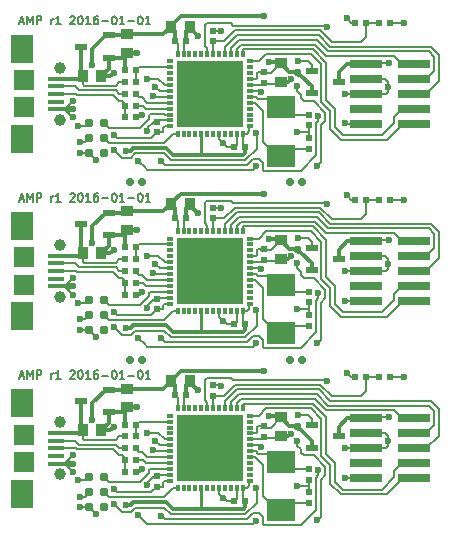
<source format=gtl>
G04 #@! TF.FileFunction,Copper,L1,Top,Signal*
%FSLAX46Y46*%
G04 Gerber Fmt 4.6, Leading zero omitted, Abs format (unit mm)*
G04 Created by KiCad (PCBNEW 0.201512311516+6410~40~ubuntu14.04.1-stable) date Sun 03 Jan 2016 05:14:07 GMT*
%MOMM*%
G01*
G04 APERTURE LIST*
%ADD10C,0.100000*%
%ADD11C,0.150000*%
%ADD12R,0.950000X1.000000*%
%ADD13R,0.550000X0.300000*%
%ADD14R,0.300000X0.550000*%
%ADD15R,2.000000X2.000000*%
%ADD16C,0.600000*%
%ADD17R,5.600000X5.600000*%
%ADD18R,1.000000X0.950000*%
%ADD19R,0.620000X0.620000*%
%ADD20R,1.000000X0.600000*%
%ADD21R,1.350000X0.400000*%
%ADD22C,1.000000*%
%ADD23R,1.800000X1.800000*%
%ADD24R,1.900000X2.440000*%
%ADD25C,0.787000*%
%ADD26R,2.400000X1.900000*%
%ADD27R,2.790000X0.740000*%
%ADD28C,0.700000*%
%ADD29C,0.200000*%
%ADD30C,0.300000*%
%ADD31C,0.250000*%
G04 APERTURE END LIST*
D10*
D11*
X107133333Y-79416667D02*
X107466667Y-79416667D01*
X107066667Y-79616667D02*
X107300000Y-78916667D01*
X107533333Y-79616667D01*
X107766667Y-79616667D02*
X107766667Y-78916667D01*
X108000000Y-79416667D01*
X108233333Y-78916667D01*
X108233333Y-79616667D01*
X108566667Y-79616667D02*
X108566667Y-78916667D01*
X108833333Y-78916667D01*
X108900000Y-78950000D01*
X108933333Y-78983333D01*
X108966667Y-79050000D01*
X108966667Y-79150000D01*
X108933333Y-79216667D01*
X108900000Y-79250000D01*
X108833333Y-79283333D01*
X108566667Y-79283333D01*
X109800000Y-79616667D02*
X109800000Y-79150000D01*
X109800000Y-79283333D02*
X109833333Y-79216667D01*
X109866666Y-79183333D01*
X109933333Y-79150000D01*
X110000000Y-79150000D01*
X110599999Y-79616667D02*
X110199999Y-79616667D01*
X110399999Y-79616667D02*
X110399999Y-78916667D01*
X110333333Y-79016667D01*
X110266666Y-79083333D01*
X110199999Y-79116667D01*
X111399999Y-78983333D02*
X111433333Y-78950000D01*
X111499999Y-78916667D01*
X111666666Y-78916667D01*
X111733333Y-78950000D01*
X111766666Y-78983333D01*
X111799999Y-79050000D01*
X111799999Y-79116667D01*
X111766666Y-79216667D01*
X111366666Y-79616667D01*
X111799999Y-79616667D01*
X112233333Y-78916667D02*
X112300000Y-78916667D01*
X112366666Y-78950000D01*
X112400000Y-78983333D01*
X112433333Y-79050000D01*
X112466666Y-79183333D01*
X112466666Y-79350000D01*
X112433333Y-79483333D01*
X112400000Y-79550000D01*
X112366666Y-79583333D01*
X112300000Y-79616667D01*
X112233333Y-79616667D01*
X112166666Y-79583333D01*
X112133333Y-79550000D01*
X112100000Y-79483333D01*
X112066666Y-79350000D01*
X112066666Y-79183333D01*
X112100000Y-79050000D01*
X112133333Y-78983333D01*
X112166666Y-78950000D01*
X112233333Y-78916667D01*
X113133333Y-79616667D02*
X112733333Y-79616667D01*
X112933333Y-79616667D02*
X112933333Y-78916667D01*
X112866667Y-79016667D01*
X112800000Y-79083333D01*
X112733333Y-79116667D01*
X113733334Y-78916667D02*
X113600000Y-78916667D01*
X113533334Y-78950000D01*
X113500000Y-78983333D01*
X113433334Y-79083333D01*
X113400000Y-79216667D01*
X113400000Y-79483333D01*
X113433334Y-79550000D01*
X113466667Y-79583333D01*
X113533334Y-79616667D01*
X113666667Y-79616667D01*
X113733334Y-79583333D01*
X113766667Y-79550000D01*
X113800000Y-79483333D01*
X113800000Y-79316667D01*
X113766667Y-79250000D01*
X113733334Y-79216667D01*
X113666667Y-79183333D01*
X113533334Y-79183333D01*
X113466667Y-79216667D01*
X113433334Y-79250000D01*
X113400000Y-79316667D01*
X114100001Y-79350000D02*
X114633334Y-79350000D01*
X115100001Y-78916667D02*
X115166668Y-78916667D01*
X115233334Y-78950000D01*
X115266668Y-78983333D01*
X115300001Y-79050000D01*
X115333334Y-79183333D01*
X115333334Y-79350000D01*
X115300001Y-79483333D01*
X115266668Y-79550000D01*
X115233334Y-79583333D01*
X115166668Y-79616667D01*
X115100001Y-79616667D01*
X115033334Y-79583333D01*
X115000001Y-79550000D01*
X114966668Y-79483333D01*
X114933334Y-79350000D01*
X114933334Y-79183333D01*
X114966668Y-79050000D01*
X115000001Y-78983333D01*
X115033334Y-78950000D01*
X115100001Y-78916667D01*
X116000001Y-79616667D02*
X115600001Y-79616667D01*
X115800001Y-79616667D02*
X115800001Y-78916667D01*
X115733335Y-79016667D01*
X115666668Y-79083333D01*
X115600001Y-79116667D01*
X116300002Y-79350000D02*
X116833335Y-79350000D01*
X117300002Y-78916667D02*
X117366669Y-78916667D01*
X117433335Y-78950000D01*
X117466669Y-78983333D01*
X117500002Y-79050000D01*
X117533335Y-79183333D01*
X117533335Y-79350000D01*
X117500002Y-79483333D01*
X117466669Y-79550000D01*
X117433335Y-79583333D01*
X117366669Y-79616667D01*
X117300002Y-79616667D01*
X117233335Y-79583333D01*
X117200002Y-79550000D01*
X117166669Y-79483333D01*
X117133335Y-79350000D01*
X117133335Y-79183333D01*
X117166669Y-79050000D01*
X117200002Y-78983333D01*
X117233335Y-78950000D01*
X117300002Y-78916667D01*
X118200002Y-79616667D02*
X117800002Y-79616667D01*
X118000002Y-79616667D02*
X118000002Y-78916667D01*
X117933336Y-79016667D01*
X117866669Y-79083333D01*
X117800002Y-79116667D01*
X107133333Y-94416667D02*
X107466667Y-94416667D01*
X107066667Y-94616667D02*
X107300000Y-93916667D01*
X107533333Y-94616667D01*
X107766667Y-94616667D02*
X107766667Y-93916667D01*
X108000000Y-94416667D01*
X108233333Y-93916667D01*
X108233333Y-94616667D01*
X108566667Y-94616667D02*
X108566667Y-93916667D01*
X108833333Y-93916667D01*
X108900000Y-93950000D01*
X108933333Y-93983333D01*
X108966667Y-94050000D01*
X108966667Y-94150000D01*
X108933333Y-94216667D01*
X108900000Y-94250000D01*
X108833333Y-94283333D01*
X108566667Y-94283333D01*
X109800000Y-94616667D02*
X109800000Y-94150000D01*
X109800000Y-94283333D02*
X109833333Y-94216667D01*
X109866666Y-94183333D01*
X109933333Y-94150000D01*
X110000000Y-94150000D01*
X110599999Y-94616667D02*
X110199999Y-94616667D01*
X110399999Y-94616667D02*
X110399999Y-93916667D01*
X110333333Y-94016667D01*
X110266666Y-94083333D01*
X110199999Y-94116667D01*
X111399999Y-93983333D02*
X111433333Y-93950000D01*
X111499999Y-93916667D01*
X111666666Y-93916667D01*
X111733333Y-93950000D01*
X111766666Y-93983333D01*
X111799999Y-94050000D01*
X111799999Y-94116667D01*
X111766666Y-94216667D01*
X111366666Y-94616667D01*
X111799999Y-94616667D01*
X112233333Y-93916667D02*
X112300000Y-93916667D01*
X112366666Y-93950000D01*
X112400000Y-93983333D01*
X112433333Y-94050000D01*
X112466666Y-94183333D01*
X112466666Y-94350000D01*
X112433333Y-94483333D01*
X112400000Y-94550000D01*
X112366666Y-94583333D01*
X112300000Y-94616667D01*
X112233333Y-94616667D01*
X112166666Y-94583333D01*
X112133333Y-94550000D01*
X112100000Y-94483333D01*
X112066666Y-94350000D01*
X112066666Y-94183333D01*
X112100000Y-94050000D01*
X112133333Y-93983333D01*
X112166666Y-93950000D01*
X112233333Y-93916667D01*
X113133333Y-94616667D02*
X112733333Y-94616667D01*
X112933333Y-94616667D02*
X112933333Y-93916667D01*
X112866667Y-94016667D01*
X112800000Y-94083333D01*
X112733333Y-94116667D01*
X113733334Y-93916667D02*
X113600000Y-93916667D01*
X113533334Y-93950000D01*
X113500000Y-93983333D01*
X113433334Y-94083333D01*
X113400000Y-94216667D01*
X113400000Y-94483333D01*
X113433334Y-94550000D01*
X113466667Y-94583333D01*
X113533334Y-94616667D01*
X113666667Y-94616667D01*
X113733334Y-94583333D01*
X113766667Y-94550000D01*
X113800000Y-94483333D01*
X113800000Y-94316667D01*
X113766667Y-94250000D01*
X113733334Y-94216667D01*
X113666667Y-94183333D01*
X113533334Y-94183333D01*
X113466667Y-94216667D01*
X113433334Y-94250000D01*
X113400000Y-94316667D01*
X114100001Y-94350000D02*
X114633334Y-94350000D01*
X115100001Y-93916667D02*
X115166668Y-93916667D01*
X115233334Y-93950000D01*
X115266668Y-93983333D01*
X115300001Y-94050000D01*
X115333334Y-94183333D01*
X115333334Y-94350000D01*
X115300001Y-94483333D01*
X115266668Y-94550000D01*
X115233334Y-94583333D01*
X115166668Y-94616667D01*
X115100001Y-94616667D01*
X115033334Y-94583333D01*
X115000001Y-94550000D01*
X114966668Y-94483333D01*
X114933334Y-94350000D01*
X114933334Y-94183333D01*
X114966668Y-94050000D01*
X115000001Y-93983333D01*
X115033334Y-93950000D01*
X115100001Y-93916667D01*
X116000001Y-94616667D02*
X115600001Y-94616667D01*
X115800001Y-94616667D02*
X115800001Y-93916667D01*
X115733335Y-94016667D01*
X115666668Y-94083333D01*
X115600001Y-94116667D01*
X116300002Y-94350000D02*
X116833335Y-94350000D01*
X117300002Y-93916667D02*
X117366669Y-93916667D01*
X117433335Y-93950000D01*
X117466669Y-93983333D01*
X117500002Y-94050000D01*
X117533335Y-94183333D01*
X117533335Y-94350000D01*
X117500002Y-94483333D01*
X117466669Y-94550000D01*
X117433335Y-94583333D01*
X117366669Y-94616667D01*
X117300002Y-94616667D01*
X117233335Y-94583333D01*
X117200002Y-94550000D01*
X117166669Y-94483333D01*
X117133335Y-94350000D01*
X117133335Y-94183333D01*
X117166669Y-94050000D01*
X117200002Y-93983333D01*
X117233335Y-93950000D01*
X117300002Y-93916667D01*
X118200002Y-94616667D02*
X117800002Y-94616667D01*
X118000002Y-94616667D02*
X118000002Y-93916667D01*
X117933336Y-94016667D01*
X117866669Y-94083333D01*
X117800002Y-94116667D01*
X107133333Y-109416667D02*
X107466667Y-109416667D01*
X107066667Y-109616667D02*
X107300000Y-108916667D01*
X107533333Y-109616667D01*
X107766667Y-109616667D02*
X107766667Y-108916667D01*
X108000000Y-109416667D01*
X108233333Y-108916667D01*
X108233333Y-109616667D01*
X108566667Y-109616667D02*
X108566667Y-108916667D01*
X108833333Y-108916667D01*
X108900000Y-108950000D01*
X108933333Y-108983333D01*
X108966667Y-109050000D01*
X108966667Y-109150000D01*
X108933333Y-109216667D01*
X108900000Y-109250000D01*
X108833333Y-109283333D01*
X108566667Y-109283333D01*
X109800000Y-109616667D02*
X109800000Y-109150000D01*
X109800000Y-109283333D02*
X109833333Y-109216667D01*
X109866666Y-109183333D01*
X109933333Y-109150000D01*
X110000000Y-109150000D01*
X110599999Y-109616667D02*
X110199999Y-109616667D01*
X110399999Y-109616667D02*
X110399999Y-108916667D01*
X110333333Y-109016667D01*
X110266666Y-109083333D01*
X110199999Y-109116667D01*
X111399999Y-108983333D02*
X111433333Y-108950000D01*
X111499999Y-108916667D01*
X111666666Y-108916667D01*
X111733333Y-108950000D01*
X111766666Y-108983333D01*
X111799999Y-109050000D01*
X111799999Y-109116667D01*
X111766666Y-109216667D01*
X111366666Y-109616667D01*
X111799999Y-109616667D01*
X112233333Y-108916667D02*
X112300000Y-108916667D01*
X112366666Y-108950000D01*
X112400000Y-108983333D01*
X112433333Y-109050000D01*
X112466666Y-109183333D01*
X112466666Y-109350000D01*
X112433333Y-109483333D01*
X112400000Y-109550000D01*
X112366666Y-109583333D01*
X112300000Y-109616667D01*
X112233333Y-109616667D01*
X112166666Y-109583333D01*
X112133333Y-109550000D01*
X112100000Y-109483333D01*
X112066666Y-109350000D01*
X112066666Y-109183333D01*
X112100000Y-109050000D01*
X112133333Y-108983333D01*
X112166666Y-108950000D01*
X112233333Y-108916667D01*
X113133333Y-109616667D02*
X112733333Y-109616667D01*
X112933333Y-109616667D02*
X112933333Y-108916667D01*
X112866667Y-109016667D01*
X112800000Y-109083333D01*
X112733333Y-109116667D01*
X113733334Y-108916667D02*
X113600000Y-108916667D01*
X113533334Y-108950000D01*
X113500000Y-108983333D01*
X113433334Y-109083333D01*
X113400000Y-109216667D01*
X113400000Y-109483333D01*
X113433334Y-109550000D01*
X113466667Y-109583333D01*
X113533334Y-109616667D01*
X113666667Y-109616667D01*
X113733334Y-109583333D01*
X113766667Y-109550000D01*
X113800000Y-109483333D01*
X113800000Y-109316667D01*
X113766667Y-109250000D01*
X113733334Y-109216667D01*
X113666667Y-109183333D01*
X113533334Y-109183333D01*
X113466667Y-109216667D01*
X113433334Y-109250000D01*
X113400000Y-109316667D01*
X114100001Y-109350000D02*
X114633334Y-109350000D01*
X115100001Y-108916667D02*
X115166668Y-108916667D01*
X115233334Y-108950000D01*
X115266668Y-108983333D01*
X115300001Y-109050000D01*
X115333334Y-109183333D01*
X115333334Y-109350000D01*
X115300001Y-109483333D01*
X115266668Y-109550000D01*
X115233334Y-109583333D01*
X115166668Y-109616667D01*
X115100001Y-109616667D01*
X115033334Y-109583333D01*
X115000001Y-109550000D01*
X114966668Y-109483333D01*
X114933334Y-109350000D01*
X114933334Y-109183333D01*
X114966668Y-109050000D01*
X115000001Y-108983333D01*
X115033334Y-108950000D01*
X115100001Y-108916667D01*
X116000001Y-109616667D02*
X115600001Y-109616667D01*
X115800001Y-109616667D02*
X115800001Y-108916667D01*
X115733335Y-109016667D01*
X115666668Y-109083333D01*
X115600001Y-109116667D01*
X116300002Y-109350000D02*
X116833335Y-109350000D01*
X117300002Y-108916667D02*
X117366669Y-108916667D01*
X117433335Y-108950000D01*
X117466669Y-108983333D01*
X117500002Y-109050000D01*
X117533335Y-109183333D01*
X117533335Y-109350000D01*
X117500002Y-109483333D01*
X117466669Y-109550000D01*
X117433335Y-109583333D01*
X117366669Y-109616667D01*
X117300002Y-109616667D01*
X117233335Y-109583333D01*
X117200002Y-109550000D01*
X117166669Y-109483333D01*
X117133335Y-109350000D01*
X117133335Y-109183333D01*
X117166669Y-109050000D01*
X117200002Y-108983333D01*
X117233335Y-108950000D01*
X117300002Y-108916667D01*
X118200002Y-109616667D02*
X117800002Y-109616667D01*
X118000002Y-109616667D02*
X118000002Y-108916667D01*
X117933336Y-109016667D01*
X117866669Y-109083333D01*
X117800002Y-109116667D01*
D12*
X121550000Y-79800000D03*
X119950000Y-79800000D03*
D13*
X126625000Y-88250000D03*
X126625000Y-87750000D03*
X126625000Y-87250000D03*
X126625000Y-86750000D03*
X126625000Y-86250000D03*
X126625000Y-85750000D03*
X126625000Y-85250000D03*
X126625000Y-84750000D03*
X126625000Y-84250000D03*
X126625000Y-83750000D03*
X126625000Y-83250000D03*
X126625000Y-82750000D03*
D14*
X126000000Y-82125000D03*
X125500000Y-82125000D03*
X125000000Y-82125000D03*
X124500000Y-82125000D03*
X124000000Y-82125000D03*
X123500000Y-82125000D03*
X123000000Y-82125000D03*
X122500000Y-82125000D03*
X122000000Y-82125000D03*
X121500000Y-82125000D03*
X121000000Y-82125000D03*
X120500000Y-82125000D03*
D13*
X119875000Y-82750000D03*
X119875000Y-83250000D03*
X119875000Y-83750000D03*
X119875000Y-84250000D03*
X119875000Y-84750000D03*
X119875000Y-85250000D03*
X119875000Y-85750000D03*
X119875000Y-86250000D03*
X119875000Y-86750000D03*
X119875000Y-87250000D03*
X119875000Y-87750000D03*
X119875000Y-88250000D03*
D14*
X120500000Y-88875000D03*
X121000000Y-88875000D03*
X121500000Y-88875000D03*
X122000000Y-88875000D03*
X122500000Y-88875000D03*
X123000000Y-88875000D03*
X123500000Y-88875000D03*
X124000000Y-88875000D03*
X124500000Y-88875000D03*
X125000000Y-88875000D03*
X125500000Y-88875000D03*
X126000000Y-88875000D03*
D15*
X124500000Y-86750000D03*
X124500000Y-84250000D03*
X122000000Y-86750000D03*
X122000000Y-84250000D03*
D16*
X125750000Y-88000000D03*
X125750000Y-85500000D03*
X125750000Y-83000000D03*
X123250000Y-88000000D03*
X123250000Y-85500000D03*
X123250000Y-83000000D03*
X120750000Y-88000000D03*
X120750000Y-85500000D03*
X120750000Y-83000000D03*
D17*
X123250000Y-85500000D03*
D18*
X129250000Y-84500000D03*
X129250000Y-82900000D03*
D19*
X121200000Y-81000000D03*
X120300000Y-81000000D03*
X125300000Y-90000000D03*
X126200000Y-90000000D03*
X118750000Y-87850000D03*
X118750000Y-88750000D03*
X127800000Y-84550000D03*
X127800000Y-83650000D03*
X131600000Y-89250000D03*
X131600000Y-90150000D03*
X123500000Y-80150000D03*
X123500000Y-81050000D03*
X131600000Y-88150000D03*
X131600000Y-87250000D03*
D12*
X114050000Y-84000000D03*
X112450000Y-84000000D03*
D20*
X114650000Y-82450000D03*
X114650000Y-80550000D03*
X112350000Y-81500000D03*
D21*
X110175000Y-84200000D03*
X110175000Y-84850000D03*
X110175000Y-85500000D03*
X110175000Y-86150000D03*
X110175000Y-86800000D03*
D22*
X110500000Y-83275000D03*
X110500000Y-87725000D03*
D23*
X107500000Y-84350000D03*
X107500000Y-86650000D03*
D24*
X107320000Y-89340000D03*
X107320000Y-81660000D03*
D25*
X113000000Y-87980000D03*
X114270000Y-87980000D03*
X113000000Y-89250000D03*
X114270000Y-89250000D03*
X113000000Y-90520000D03*
X114270000Y-90520000D03*
D20*
X131850000Y-83550000D03*
X131850000Y-85450000D03*
X134150000Y-84500000D03*
D19*
X116950000Y-84500000D03*
X116050000Y-84500000D03*
X116050000Y-83500000D03*
X116950000Y-83500000D03*
X116950000Y-87500000D03*
X116050000Y-87500000D03*
X116950000Y-85500000D03*
X116050000Y-85500000D03*
X116950000Y-86500000D03*
X116050000Y-86500000D03*
X137550000Y-79500000D03*
X138450000Y-79500000D03*
X135550000Y-79500000D03*
X136450000Y-79500000D03*
D26*
X129250000Y-90750000D03*
X129250000Y-86650000D03*
D18*
X116250000Y-82050000D03*
X116250000Y-80450000D03*
D27*
X136465000Y-82960000D03*
X140535000Y-82960000D03*
X136465000Y-84230000D03*
X140535000Y-84230000D03*
X136465000Y-85500000D03*
X140535000Y-85500000D03*
X136465000Y-86770000D03*
X140535000Y-86770000D03*
X136465000Y-88040000D03*
X140535000Y-88040000D03*
D12*
X121550000Y-94800000D03*
X119950000Y-94800000D03*
D13*
X126625000Y-103250000D03*
X126625000Y-102750000D03*
X126625000Y-102250000D03*
X126625000Y-101750000D03*
X126625000Y-101250000D03*
X126625000Y-100750000D03*
X126625000Y-100250000D03*
X126625000Y-99750000D03*
X126625000Y-99250000D03*
X126625000Y-98750000D03*
X126625000Y-98250000D03*
X126625000Y-97750000D03*
D14*
X126000000Y-97125000D03*
X125500000Y-97125000D03*
X125000000Y-97125000D03*
X124500000Y-97125000D03*
X124000000Y-97125000D03*
X123500000Y-97125000D03*
X123000000Y-97125000D03*
X122500000Y-97125000D03*
X122000000Y-97125000D03*
X121500000Y-97125000D03*
X121000000Y-97125000D03*
X120500000Y-97125000D03*
D13*
X119875000Y-97750000D03*
X119875000Y-98250000D03*
X119875000Y-98750000D03*
X119875000Y-99250000D03*
X119875000Y-99750000D03*
X119875000Y-100250000D03*
X119875000Y-100750000D03*
X119875000Y-101250000D03*
X119875000Y-101750000D03*
X119875000Y-102250000D03*
X119875000Y-102750000D03*
X119875000Y-103250000D03*
D14*
X120500000Y-103875000D03*
X121000000Y-103875000D03*
X121500000Y-103875000D03*
X122000000Y-103875000D03*
X122500000Y-103875000D03*
X123000000Y-103875000D03*
X123500000Y-103875000D03*
X124000000Y-103875000D03*
X124500000Y-103875000D03*
X125000000Y-103875000D03*
X125500000Y-103875000D03*
X126000000Y-103875000D03*
D15*
X124500000Y-101750000D03*
X124500000Y-99250000D03*
X122000000Y-101750000D03*
X122000000Y-99250000D03*
D16*
X125750000Y-103000000D03*
X125750000Y-100500000D03*
X125750000Y-98000000D03*
X123250000Y-103000000D03*
X123250000Y-100500000D03*
X123250000Y-98000000D03*
X120750000Y-103000000D03*
X120750000Y-100500000D03*
X120750000Y-98000000D03*
D17*
X123250000Y-100500000D03*
D18*
X129250000Y-99500000D03*
X129250000Y-97900000D03*
D19*
X121200000Y-96000000D03*
X120300000Y-96000000D03*
X125300000Y-105000000D03*
X126200000Y-105000000D03*
X118750000Y-102850000D03*
X118750000Y-103750000D03*
X127800000Y-99550000D03*
X127800000Y-98650000D03*
X131600000Y-104250000D03*
X131600000Y-105150000D03*
X123500000Y-95150000D03*
X123500000Y-96050000D03*
X131600000Y-103150000D03*
X131600000Y-102250000D03*
D12*
X114050000Y-99000000D03*
X112450000Y-99000000D03*
D20*
X114650000Y-97450000D03*
X114650000Y-95550000D03*
X112350000Y-96500000D03*
D21*
X110175000Y-99200000D03*
X110175000Y-99850000D03*
X110175000Y-100500000D03*
X110175000Y-101150000D03*
X110175000Y-101800000D03*
D22*
X110500000Y-98275000D03*
X110500000Y-102725000D03*
D23*
X107500000Y-99350000D03*
X107500000Y-101650000D03*
D24*
X107320000Y-104340000D03*
X107320000Y-96660000D03*
D25*
X113000000Y-102980000D03*
X114270000Y-102980000D03*
X113000000Y-104250000D03*
X114270000Y-104250000D03*
X113000000Y-105520000D03*
X114270000Y-105520000D03*
D20*
X131850000Y-98550000D03*
X131850000Y-100450000D03*
X134150000Y-99500000D03*
D19*
X116950000Y-99500000D03*
X116050000Y-99500000D03*
X116050000Y-98500000D03*
X116950000Y-98500000D03*
X116950000Y-102500000D03*
X116050000Y-102500000D03*
X116950000Y-100500000D03*
X116050000Y-100500000D03*
X116950000Y-101500000D03*
X116050000Y-101500000D03*
X137550000Y-94500000D03*
X138450000Y-94500000D03*
X135550000Y-94500000D03*
X136450000Y-94500000D03*
D26*
X129250000Y-105750000D03*
X129250000Y-101650000D03*
D18*
X116250000Y-97050000D03*
X116250000Y-95450000D03*
D27*
X136465000Y-97960000D03*
X140535000Y-97960000D03*
X136465000Y-99230000D03*
X140535000Y-99230000D03*
X136465000Y-100500000D03*
X140535000Y-100500000D03*
X136465000Y-101770000D03*
X140535000Y-101770000D03*
X136465000Y-103040000D03*
X140535000Y-103040000D03*
D12*
X121550000Y-109800000D03*
X119950000Y-109800000D03*
D13*
X126625000Y-118250000D03*
X126625000Y-117750000D03*
X126625000Y-117250000D03*
X126625000Y-116750000D03*
X126625000Y-116250000D03*
X126625000Y-115750000D03*
X126625000Y-115250000D03*
X126625000Y-114750000D03*
X126625000Y-114250000D03*
X126625000Y-113750000D03*
X126625000Y-113250000D03*
X126625000Y-112750000D03*
D14*
X126000000Y-112125000D03*
X125500000Y-112125000D03*
X125000000Y-112125000D03*
X124500000Y-112125000D03*
X124000000Y-112125000D03*
X123500000Y-112125000D03*
X123000000Y-112125000D03*
X122500000Y-112125000D03*
X122000000Y-112125000D03*
X121500000Y-112125000D03*
X121000000Y-112125000D03*
X120500000Y-112125000D03*
D13*
X119875000Y-112750000D03*
X119875000Y-113250000D03*
X119875000Y-113750000D03*
X119875000Y-114250000D03*
X119875000Y-114750000D03*
X119875000Y-115250000D03*
X119875000Y-115750000D03*
X119875000Y-116250000D03*
X119875000Y-116750000D03*
X119875000Y-117250000D03*
X119875000Y-117750000D03*
X119875000Y-118250000D03*
D14*
X120500000Y-118875000D03*
X121000000Y-118875000D03*
X121500000Y-118875000D03*
X122000000Y-118875000D03*
X122500000Y-118875000D03*
X123000000Y-118875000D03*
X123500000Y-118875000D03*
X124000000Y-118875000D03*
X124500000Y-118875000D03*
X125000000Y-118875000D03*
X125500000Y-118875000D03*
X126000000Y-118875000D03*
D15*
X124500000Y-116750000D03*
X124500000Y-114250000D03*
X122000000Y-116750000D03*
X122000000Y-114250000D03*
D16*
X125750000Y-118000000D03*
X125750000Y-115500000D03*
X125750000Y-113000000D03*
X123250000Y-118000000D03*
X123250000Y-115500000D03*
X123250000Y-113000000D03*
X120750000Y-118000000D03*
X120750000Y-115500000D03*
X120750000Y-113000000D03*
D17*
X123250000Y-115500000D03*
D18*
X129250000Y-114500000D03*
X129250000Y-112900000D03*
D19*
X121200000Y-111000000D03*
X120300000Y-111000000D03*
X125300000Y-120000000D03*
X126200000Y-120000000D03*
X118750000Y-117850000D03*
X118750000Y-118750000D03*
X127800000Y-114550000D03*
X127800000Y-113650000D03*
X131600000Y-119250000D03*
X131600000Y-120150000D03*
X123500000Y-110150000D03*
X123500000Y-111050000D03*
X131600000Y-118150000D03*
X131600000Y-117250000D03*
D12*
X114050000Y-114000000D03*
X112450000Y-114000000D03*
D20*
X114650000Y-112450000D03*
X114650000Y-110550000D03*
X112350000Y-111500000D03*
D21*
X110175000Y-114200000D03*
X110175000Y-114850000D03*
X110175000Y-115500000D03*
X110175000Y-116150000D03*
X110175000Y-116800000D03*
D22*
X110500000Y-113275000D03*
X110500000Y-117725000D03*
D23*
X107500000Y-114350000D03*
X107500000Y-116650000D03*
D24*
X107320000Y-119340000D03*
X107320000Y-111660000D03*
D25*
X113000000Y-117980000D03*
X114270000Y-117980000D03*
X113000000Y-119250000D03*
X114270000Y-119250000D03*
X113000000Y-120520000D03*
X114270000Y-120520000D03*
D20*
X131850000Y-113550000D03*
X131850000Y-115450000D03*
X134150000Y-114500000D03*
D19*
X116950000Y-114500000D03*
X116050000Y-114500000D03*
X116050000Y-113500000D03*
X116950000Y-113500000D03*
X116950000Y-117500000D03*
X116050000Y-117500000D03*
X116950000Y-115500000D03*
X116050000Y-115500000D03*
X116950000Y-116500000D03*
X116050000Y-116500000D03*
X137550000Y-109500000D03*
X138450000Y-109500000D03*
X135550000Y-109500000D03*
X136450000Y-109500000D03*
D26*
X129250000Y-120750000D03*
X129250000Y-116650000D03*
D18*
X116250000Y-112050000D03*
X116250000Y-110450000D03*
D27*
X136465000Y-112960000D03*
X140535000Y-112960000D03*
X136465000Y-114230000D03*
X140535000Y-114230000D03*
X136465000Y-115500000D03*
X140535000Y-115500000D03*
X136465000Y-116770000D03*
X140535000Y-116770000D03*
X136465000Y-118040000D03*
X140535000Y-118040000D03*
D28*
X131000000Y-108000000D03*
X130000000Y-108000000D03*
X117500000Y-108000000D03*
X116500000Y-108000000D03*
X131000000Y-93000000D03*
X130000000Y-93000000D03*
X117500000Y-93000000D03*
X116500000Y-93000000D03*
D16*
X130688224Y-83611776D03*
X128200000Y-82800000D03*
X127800000Y-78939989D03*
X113291735Y-83087978D03*
X116100000Y-90300000D03*
X115119645Y-88973504D03*
X112100000Y-88200000D03*
X138300000Y-84900000D03*
X113594458Y-91104798D03*
X130104985Y-84262235D03*
X134800000Y-79100000D03*
X134700000Y-88000000D03*
X134700000Y-85500000D03*
X130600000Y-88700000D03*
X122199990Y-80603484D03*
X124350000Y-89700000D03*
X124200000Y-80200000D03*
X115100000Y-83700000D03*
X117100000Y-82000000D03*
X117918272Y-88618272D03*
X112200000Y-90500000D03*
X111600000Y-87500000D03*
X111600000Y-86100000D03*
X111600000Y-86800000D03*
X127600000Y-85360002D03*
X115119645Y-90243505D03*
X127149993Y-88833019D03*
X112200000Y-89600000D03*
X133158519Y-79841481D03*
X130649998Y-82725009D03*
X117900000Y-84200000D03*
X117500000Y-87300000D03*
X130646792Y-84850833D03*
X132304272Y-91604272D03*
X127130325Y-91630325D03*
X117161921Y-91147295D03*
X118606133Y-84877001D03*
X132410002Y-87380967D03*
X119100000Y-91200000D03*
X118400000Y-85649990D03*
X138400000Y-82900000D03*
X139700000Y-79500000D03*
X130688224Y-98611776D03*
X128200000Y-97800000D03*
X127800000Y-93939989D03*
X113291735Y-98087978D03*
X116100000Y-105300000D03*
X115119645Y-103973504D03*
X112100000Y-103200000D03*
X138300000Y-99900000D03*
X113594458Y-106104798D03*
X130104985Y-99262235D03*
X134800000Y-94100000D03*
X134700000Y-103000000D03*
X134700000Y-100500000D03*
X130600000Y-103700000D03*
X122199990Y-95603484D03*
X124350000Y-104700000D03*
X124200000Y-95200000D03*
X115100000Y-98700000D03*
X117100000Y-97000000D03*
X117918272Y-103618272D03*
X112200000Y-105500000D03*
X111600000Y-102500000D03*
X111600000Y-101100000D03*
X111600000Y-101800000D03*
X127600000Y-100360002D03*
X115119645Y-105243505D03*
X127149993Y-103833019D03*
X112200000Y-104600000D03*
X133158519Y-94841481D03*
X130649998Y-97725009D03*
X117900000Y-99200000D03*
X117500000Y-102300000D03*
X130646792Y-99850833D03*
X132304272Y-106604272D03*
X127130325Y-106630325D03*
X117161921Y-106147295D03*
X118606133Y-99877001D03*
X132410002Y-102380967D03*
X119100000Y-106200000D03*
X118400000Y-100649990D03*
X138400000Y-97900000D03*
X139700000Y-94500000D03*
X130688224Y-113611776D03*
X128200000Y-112800000D03*
X127800000Y-108939989D03*
X113291735Y-113087978D03*
X116100000Y-120300000D03*
X115119645Y-118973504D03*
X112100000Y-118200000D03*
X138300000Y-114900000D03*
X113594458Y-121104798D03*
X130104985Y-114262235D03*
X134800000Y-109100000D03*
X134700000Y-118000000D03*
X134700000Y-115500000D03*
X130600000Y-118700000D03*
X122199990Y-110603484D03*
X124350000Y-119700000D03*
X124200000Y-110200000D03*
X115100000Y-113700000D03*
X117100000Y-112000000D03*
X117918272Y-118618272D03*
X112200000Y-120500000D03*
X111600000Y-117500000D03*
X111600000Y-116100000D03*
X111600000Y-116800000D03*
X127600000Y-115360002D03*
X115119645Y-120243505D03*
X127149993Y-118833019D03*
X112200000Y-119600000D03*
X133158519Y-109841481D03*
X130649998Y-112725009D03*
X117900000Y-114200000D03*
X117500000Y-117300000D03*
X130646792Y-114850833D03*
X132304272Y-121604272D03*
X127130325Y-121630325D03*
X117161921Y-121147295D03*
X118606133Y-114877001D03*
X132410002Y-117380967D03*
X119100000Y-121200000D03*
X118400000Y-115649990D03*
X138400000Y-112900000D03*
X139700000Y-109500000D03*
D29*
X119875000Y-88250000D02*
X119400000Y-88250000D01*
X119300000Y-88710000D02*
X119260000Y-88750000D01*
X119400000Y-88250000D02*
X119300000Y-88350000D01*
X119300000Y-88350000D02*
X119300000Y-88710000D01*
X119260000Y-88750000D02*
X118750000Y-88750000D01*
D30*
X130900000Y-83900000D02*
X130688224Y-83688224D01*
X131850000Y-84850000D02*
X130900000Y-83900000D01*
X130688224Y-83611776D02*
X130300000Y-83611776D01*
X130300000Y-83611776D02*
X129961776Y-83611776D01*
X130900000Y-83900000D02*
X130662002Y-83900000D01*
X130662002Y-83900000D02*
X130373778Y-83611776D01*
X130373778Y-83611776D02*
X130300000Y-83611776D01*
X131850000Y-85450000D02*
X131850000Y-84850000D01*
X130688224Y-83688224D02*
X130688224Y-83611776D01*
X126049999Y-90660001D02*
X122500000Y-90660001D01*
X122500000Y-90660001D02*
X120084413Y-90660001D01*
D31*
X122500000Y-88875000D02*
X122500000Y-90660001D01*
D30*
X126200000Y-90510000D02*
X126049999Y-90660001D01*
X116524264Y-90300000D02*
X116100000Y-90300000D01*
X120084413Y-90660001D02*
X119517920Y-90093508D01*
X119517920Y-90093508D02*
X116730756Y-90093508D01*
X116730756Y-90093508D02*
X116524264Y-90300000D01*
D29*
X127800000Y-83650000D02*
X127290000Y-83650000D01*
X127200001Y-83739999D02*
X127200001Y-84149999D01*
X127290000Y-83650000D02*
X127200001Y-83739999D01*
X127200001Y-84149999D02*
X127100000Y-84250000D01*
X127100000Y-84250000D02*
X126625000Y-84250000D01*
D30*
X129961776Y-83611776D02*
X129250000Y-82900000D01*
X128200000Y-82800000D02*
X129150000Y-82800000D01*
X129150000Y-82800000D02*
X129250000Y-82900000D01*
X119950000Y-79800000D02*
X119950000Y-79775000D01*
X119950000Y-79775000D02*
X120785011Y-78939989D01*
X120785011Y-78939989D02*
X127800000Y-78939989D01*
X116250000Y-80450000D02*
X119300000Y-80450000D01*
X119300000Y-80450000D02*
X119950000Y-79800000D01*
X120300000Y-81000000D02*
X120300000Y-80150000D01*
X120300000Y-80150000D02*
X119950000Y-79800000D01*
X114650000Y-80550000D02*
X114450000Y-80550000D01*
X114450000Y-80550000D02*
X113291735Y-81708265D01*
X113291735Y-81708265D02*
X113291735Y-83087978D01*
D29*
X126549992Y-88675008D02*
X126549992Y-88325008D01*
X126549992Y-88325008D02*
X126625000Y-88250000D01*
X126000000Y-88875000D02*
X126350000Y-88875000D01*
X126350000Y-88875000D02*
X126549992Y-88675008D01*
D30*
X126200000Y-90000000D02*
X126200000Y-90510000D01*
X126200000Y-90510000D02*
X126099999Y-90610001D01*
D29*
X118281727Y-89218273D02*
X115364414Y-89218273D01*
X115364414Y-89218273D02*
X115119645Y-88973504D01*
X118750000Y-88750000D02*
X118281727Y-89218273D01*
X112100000Y-88200000D02*
X112780000Y-88200000D01*
X112780000Y-88200000D02*
X113000000Y-87980000D01*
D30*
X114650000Y-80550000D02*
X116150000Y-80550000D01*
D29*
X116150000Y-80550000D02*
X116250000Y-80450000D01*
X127750000Y-83750000D02*
X128400000Y-83750000D01*
X128400000Y-83750000D02*
X129250000Y-82900000D01*
X127600000Y-83750000D02*
X127750000Y-83750000D01*
X120500000Y-82125000D02*
X120500000Y-81200000D01*
X120500000Y-81200000D02*
X120300000Y-81000000D01*
X126000000Y-88875000D02*
X126000000Y-89800000D01*
X126000000Y-89800000D02*
X126200000Y-90000000D01*
X138300000Y-84900000D02*
X138300000Y-85300000D01*
X138300000Y-84470000D02*
X138300000Y-84900000D01*
X113000000Y-90520000D02*
X113009660Y-90520000D01*
X113009660Y-90520000D02*
X113594458Y-91104798D01*
X111300000Y-86400000D02*
X111600000Y-86100000D01*
X111200000Y-86500000D02*
X111300000Y-86400000D01*
X111200000Y-87100000D02*
X111300000Y-87200000D01*
X111300000Y-87200000D02*
X111600000Y-87500000D01*
X111300000Y-86400000D02*
X111300000Y-87200000D01*
X111200000Y-86500000D02*
X111200000Y-87100000D01*
X110900000Y-86800000D02*
X111200000Y-86500000D01*
X110900000Y-86800000D02*
X111200000Y-87100000D01*
D30*
X129250000Y-84500000D02*
X129867220Y-84500000D01*
X129867220Y-84500000D02*
X130104985Y-84262235D01*
D29*
X138300000Y-85300000D02*
X138100000Y-85500000D01*
X138100000Y-85500000D02*
X136465000Y-85500000D01*
X136465000Y-84230000D02*
X138060000Y-84230000D01*
X138060000Y-84230000D02*
X138300000Y-84470000D01*
X135550000Y-79500000D02*
X135200000Y-79500000D01*
X135200000Y-79500000D02*
X134800000Y-79100000D01*
X136465000Y-88040000D02*
X134740000Y-88040000D01*
X134740000Y-88040000D02*
X134700000Y-88000000D01*
X136465000Y-85500000D02*
X134700000Y-85500000D01*
X131600000Y-88700000D02*
X131600000Y-89250000D01*
X131600000Y-88150000D02*
X131600000Y-88700000D01*
X131600000Y-88700000D02*
X130600000Y-88700000D01*
X126625000Y-84750000D02*
X127600000Y-84750000D01*
X127600000Y-84750000D02*
X127800000Y-84550000D01*
D30*
X121550000Y-79800000D02*
X121550000Y-79953494D01*
X121550000Y-79953494D02*
X122199990Y-80603484D01*
X121200000Y-81000000D02*
X121200000Y-80150000D01*
X121200000Y-80150000D02*
X121550000Y-79800000D01*
D29*
X124350000Y-89700000D02*
X124650000Y-90000000D01*
X124000000Y-89350000D02*
X124350000Y-89700000D01*
X123500000Y-80150000D02*
X124150000Y-80150000D01*
X124150000Y-80150000D02*
X124200000Y-80200000D01*
D30*
X114050000Y-84000000D02*
X114800000Y-84000000D01*
X114800000Y-84000000D02*
X115100000Y-83700000D01*
X116250000Y-82050000D02*
X117050000Y-82050000D01*
D29*
X117050000Y-82050000D02*
X117100000Y-82000000D01*
X118750000Y-87850000D02*
X118489998Y-87850000D01*
X118489998Y-87850000D02*
X117918272Y-88421726D01*
X117918272Y-88421726D02*
X117918272Y-88618272D01*
X124000000Y-88875000D02*
X124000000Y-89350000D01*
X124650000Y-90000000D02*
X124790000Y-90000000D01*
X124790000Y-90000000D02*
X125300000Y-90000000D01*
X113000000Y-90520000D02*
X112220000Y-90520000D01*
X112220000Y-90520000D02*
X112200000Y-90500000D01*
X110175000Y-86800000D02*
X110900000Y-86800000D01*
X110175000Y-86800000D02*
X111600000Y-86800000D01*
D30*
X116050000Y-83500000D02*
X116050000Y-82250000D01*
D29*
X116050000Y-82250000D02*
X116250000Y-82050000D01*
D30*
X114650000Y-82450000D02*
X114650000Y-83400000D01*
X114650000Y-83400000D02*
X114050000Y-84000000D01*
X114650000Y-82450000D02*
X115850000Y-82450000D01*
D29*
X115850000Y-82450000D02*
X116250000Y-82050000D01*
X127750000Y-84650000D02*
X129100000Y-84650000D01*
X129100000Y-84650000D02*
X129250000Y-84500000D01*
X127650000Y-84750000D02*
X127750000Y-84650000D01*
X121000000Y-82125000D02*
X121000000Y-81200000D01*
X121000000Y-81200000D02*
X121200000Y-81000000D01*
X119875000Y-87750000D02*
X118850000Y-87750000D01*
X118850000Y-87750000D02*
X118750000Y-87850000D01*
X125500000Y-88875000D02*
X125500000Y-89800000D01*
X125500000Y-89800000D02*
X125300000Y-90000000D01*
X131600000Y-90150000D02*
X129850000Y-90150000D01*
X129850000Y-90150000D02*
X129250000Y-90750000D01*
X126625000Y-86250000D02*
X127036297Y-86250000D01*
X127036297Y-86250000D02*
X127749999Y-86963702D01*
X127749999Y-89549999D02*
X128950000Y-90750000D01*
X127749999Y-86963702D02*
X127749999Y-89549999D01*
X128950000Y-90750000D02*
X129250000Y-90750000D01*
X129250000Y-90750000D02*
X128903701Y-90750000D01*
X129000000Y-90750000D02*
X129250000Y-90750000D01*
X123500000Y-81050000D02*
X124402905Y-81050000D01*
X124402905Y-81050000D02*
X125327955Y-80124949D01*
X125327955Y-80124949D02*
X132593445Y-80124949D01*
X132593445Y-80124949D02*
X133558464Y-81089969D01*
X133558464Y-81089969D02*
X136010031Y-81089969D01*
X136010031Y-81089969D02*
X136450000Y-80650000D01*
X136450000Y-80650000D02*
X136450000Y-79500000D01*
X123500000Y-82125000D02*
X123500000Y-81050000D01*
X136450000Y-79500000D02*
X137550000Y-79500000D01*
X131600000Y-87250000D02*
X129850000Y-87250000D01*
X129850000Y-87250000D02*
X129250000Y-86650000D01*
X126625000Y-85750000D02*
X127101996Y-85750000D01*
X127101996Y-85750000D02*
X127311999Y-85960003D01*
X127311999Y-85960003D02*
X128560003Y-85960003D01*
X128560003Y-85960003D02*
X129250000Y-86650000D01*
X129250000Y-86650000D02*
X128950000Y-86650000D01*
X128550000Y-85950000D02*
X129250000Y-86650000D01*
X112450000Y-84000000D02*
X112450000Y-84700000D01*
X115239999Y-84800001D02*
X115540000Y-84500000D01*
X112450000Y-84700000D02*
X112550001Y-84800001D01*
X112550001Y-84800001D02*
X115239999Y-84800001D01*
X115540000Y-84500000D02*
X116050000Y-84500000D01*
D30*
X112350000Y-81500000D02*
X112350000Y-83900000D01*
D29*
X112350000Y-83900000D02*
X112450000Y-84000000D01*
D30*
X110175000Y-84200000D02*
X112250000Y-84200000D01*
D29*
X112250000Y-84200000D02*
X112450000Y-84000000D01*
X127149993Y-88833019D02*
X127200000Y-88883026D01*
X127200000Y-88883026D02*
X127200000Y-90146410D01*
X127200000Y-90146410D02*
X126236399Y-91110011D01*
X126236399Y-91110011D02*
X119898013Y-91110011D01*
X119898013Y-91110011D02*
X119335296Y-90547294D01*
X119335296Y-90547294D02*
X116920930Y-90547294D01*
X116920930Y-90547294D02*
X116917155Y-90543519D01*
X115776141Y-90900001D02*
X115119645Y-90243505D01*
X116917155Y-90543519D02*
X116560673Y-90900001D01*
X116560673Y-90900001D02*
X115776141Y-90900001D01*
X126625000Y-85250000D02*
X127489998Y-85250000D01*
X127489998Y-85250000D02*
X127600000Y-85360002D01*
X112200000Y-89600000D02*
X112650000Y-89600000D01*
X112650000Y-89600000D02*
X113000000Y-89250000D01*
X113000000Y-89250000D02*
X113006415Y-89250000D01*
X126625000Y-82750000D02*
X127350000Y-82750000D01*
X133410013Y-86927277D02*
X133410013Y-88489987D01*
X127350000Y-82750000D02*
X127975001Y-82124999D01*
X127975001Y-82124999D02*
X131765001Y-82124999D01*
X131765001Y-82124999D02*
X132650001Y-83009999D01*
X132650001Y-83009999D02*
X132650001Y-86167266D01*
X132650001Y-86167266D02*
X133410013Y-86927277D01*
X133410013Y-88489987D02*
X134320026Y-89400000D01*
X138200000Y-89400000D02*
X139560000Y-88040000D01*
X134320026Y-89400000D02*
X138200000Y-89400000D01*
X139560000Y-88040000D02*
X140535000Y-88040000D01*
X126000000Y-82125000D02*
X126000000Y-81800000D01*
X126000000Y-81800000D02*
X126075011Y-81724989D01*
X126075011Y-81724989D02*
X131930690Y-81724989D01*
X133050011Y-82844310D02*
X133050011Y-86001577D01*
X137810012Y-88999990D02*
X138839999Y-87970003D01*
X139510000Y-86770000D02*
X140535000Y-86770000D01*
X131930690Y-81724989D02*
X133050011Y-82844310D01*
X133050011Y-86001577D02*
X133810023Y-86761588D01*
X133810023Y-86761588D02*
X133810023Y-88324299D01*
X138839999Y-87440001D02*
X139510000Y-86770000D01*
X133810023Y-88324299D02*
X134485714Y-88999990D01*
X134485714Y-88999990D02*
X137810012Y-88999990D01*
X138839999Y-87970003D02*
X138839999Y-87440001D01*
X133061398Y-82289999D02*
X138389999Y-82289999D01*
X138389999Y-82289999D02*
X138399999Y-82299999D01*
X138399999Y-82299999D02*
X138849999Y-82299999D01*
X139510000Y-82960000D02*
X140535000Y-82960000D01*
X138849999Y-82299999D02*
X139510000Y-82960000D01*
X125500000Y-82125000D02*
X125500000Y-81659998D01*
X125835019Y-81324979D02*
X132096378Y-81324979D01*
X125500000Y-81659998D02*
X125835019Y-81324979D01*
X132096378Y-81324979D02*
X133061398Y-82289999D01*
X125000000Y-82125000D02*
X125000000Y-81584302D01*
X141769991Y-81889989D02*
X142230001Y-82349999D01*
X142230001Y-82349999D02*
X142230001Y-83559999D01*
X125000000Y-81584302D02*
X125659331Y-80924971D01*
X125659331Y-80924971D02*
X125669328Y-80924971D01*
X125669328Y-80924971D02*
X125669330Y-80924969D01*
X132262067Y-80924969D02*
X133227087Y-81889989D01*
X142230001Y-83559999D02*
X141560000Y-84230000D01*
X125669330Y-80924969D02*
X132262067Y-80924969D01*
X133227087Y-81889989D02*
X141769991Y-81889989D01*
X141560000Y-84230000D02*
X140535000Y-84230000D01*
X124500000Y-82125000D02*
X124500000Y-81518603D01*
X124500000Y-81518603D02*
X125493644Y-80524959D01*
X125493644Y-80524959D02*
X132427756Y-80524959D01*
X132427756Y-80524959D02*
X133392776Y-81489979D01*
X133392776Y-81489979D02*
X141935680Y-81489979D01*
X141935680Y-81489979D02*
X142630011Y-82184310D01*
X142630011Y-82184310D02*
X142630011Y-84429989D01*
X142630011Y-84429989D02*
X141560000Y-85500000D01*
X141560000Y-85500000D02*
X140535000Y-85500000D01*
X132000000Y-79724939D02*
X133041977Y-79724939D01*
X133041977Y-79724939D02*
X133158519Y-79841481D01*
X123000000Y-82125000D02*
X123000000Y-81650000D01*
X125224939Y-79724939D02*
X132000000Y-79724939D01*
X123000000Y-81650000D02*
X122800000Y-81450000D01*
X125039999Y-79539999D02*
X125224939Y-79724939D01*
X122800000Y-81450000D02*
X122800000Y-79689998D01*
X122800000Y-79689998D02*
X122949999Y-79539999D01*
X122949999Y-79539999D02*
X125039999Y-79539999D01*
X130649998Y-82725009D02*
X131525009Y-82725009D01*
X131525009Y-82725009D02*
X131850000Y-83050000D01*
X131850000Y-83050000D02*
X131850000Y-83550000D01*
X119875000Y-83250000D02*
X117200000Y-83250000D01*
X117200000Y-83250000D02*
X116950000Y-83500000D01*
X116950000Y-84500000D02*
X116950000Y-83500000D01*
X118850000Y-84200000D02*
X117900000Y-84200000D01*
X119875000Y-84750000D02*
X119400000Y-84750000D01*
X119400000Y-84750000D02*
X118850000Y-84200000D01*
X117300000Y-87500000D02*
X117500000Y-87300000D01*
X116950000Y-87500000D02*
X117300000Y-87500000D01*
X130646792Y-84850833D02*
X130646792Y-85275097D01*
X130646792Y-85275097D02*
X130925561Y-85553866D01*
X130925561Y-85553866D02*
X130925561Y-85865563D01*
X132304272Y-91604272D02*
X132610011Y-91298533D01*
X132610011Y-88170921D02*
X133010003Y-87770929D01*
X132610011Y-91298533D02*
X132610011Y-88170921D01*
X133010003Y-87770929D02*
X133010003Y-87092966D01*
X133010003Y-87092966D02*
X132017027Y-86099990D01*
X132017027Y-86099990D02*
X131159988Y-86099990D01*
X131159988Y-86099990D02*
X130925561Y-85865563D01*
X127130325Y-91630325D02*
X126850619Y-91910031D01*
X126850619Y-91910031D02*
X117924657Y-91910031D01*
X117924657Y-91910031D02*
X117814627Y-91800001D01*
X117814627Y-91800001D02*
X117161921Y-91147295D01*
X119875000Y-85250000D02*
X118979132Y-85250000D01*
X118979132Y-85250000D02*
X118606133Y-84877001D01*
X119100000Y-91200000D02*
X119410021Y-91510021D01*
X132210001Y-90700001D02*
X132210001Y-88005232D01*
X119410021Y-91510021D02*
X126402089Y-91510021D01*
X127749999Y-91349999D02*
X127749999Y-91940001D01*
X127809999Y-92000001D02*
X130910001Y-92000001D01*
X126402089Y-91510021D02*
X126912108Y-91000000D01*
X126912108Y-91000000D02*
X127400000Y-91000000D01*
X127400000Y-91000000D02*
X127749999Y-91349999D01*
X127749999Y-91940001D02*
X127809999Y-92000001D01*
X130910001Y-92000001D02*
X132210001Y-90700001D01*
X132210001Y-88005232D02*
X132410002Y-87805231D01*
X132410002Y-87805231D02*
X132410002Y-87380967D01*
X119875000Y-85750000D02*
X118500010Y-85750000D01*
X118500010Y-85750000D02*
X118400000Y-85649990D01*
X119875000Y-87250000D02*
X119396801Y-87250000D01*
X119396801Y-87250000D02*
X119386800Y-87239999D01*
X119386800Y-87239999D02*
X118199999Y-87239999D01*
X118199999Y-87239999D02*
X118100001Y-87339997D01*
X118100001Y-87588001D02*
X117314503Y-88373499D01*
X117314503Y-88373499D02*
X114663499Y-88373499D01*
X114663499Y-88373499D02*
X114270000Y-87980000D01*
X118100001Y-87339997D02*
X118100001Y-87588001D01*
X120500000Y-88875000D02*
X120150000Y-88875000D01*
X120150000Y-88875000D02*
X119381501Y-89643499D01*
X119381501Y-89643499D02*
X114663499Y-89643499D01*
X114663499Y-89643499D02*
X114270000Y-89250000D01*
X116050000Y-85500000D02*
X115540000Y-85500000D01*
X115540000Y-85500000D02*
X115240011Y-85200011D01*
X115240011Y-85200011D02*
X112153711Y-85200011D01*
X112153711Y-85200011D02*
X111803700Y-84850000D01*
X111803700Y-84850000D02*
X111050000Y-84850000D01*
X111050000Y-84850000D02*
X110175000Y-84850000D01*
X116050000Y-86500000D02*
X116050000Y-86350000D01*
X115499999Y-86110001D02*
X114990019Y-85600021D01*
X111050000Y-85500000D02*
X110175000Y-85500000D01*
X116050000Y-86350000D02*
X115810001Y-86110001D01*
X115810001Y-86110001D02*
X115499999Y-86110001D01*
X111988023Y-85600021D02*
X111888001Y-85499999D01*
X114990019Y-85600021D02*
X111988023Y-85600021D01*
X111888001Y-85499999D02*
X111050000Y-85500000D01*
X116050000Y-86500000D02*
X116050000Y-87500000D01*
X138400000Y-82900000D02*
X136525000Y-82900000D01*
X136525000Y-82900000D02*
X136465000Y-82960000D01*
X138450000Y-79500000D02*
X139700000Y-79500000D01*
D30*
X136465000Y-82960000D02*
X134870000Y-82960000D01*
X134150000Y-84000000D02*
X134150000Y-84500000D01*
X134150000Y-83680000D02*
X134150000Y-84000000D01*
X134870000Y-82960000D02*
X134150000Y-83680000D01*
D29*
X138450000Y-79500000D02*
X138650002Y-79500000D01*
X119875000Y-86250000D02*
X117903701Y-86250000D01*
X117903701Y-86250000D02*
X117453701Y-85800000D01*
X117453701Y-85800000D02*
X117250000Y-85800000D01*
X117250000Y-85800000D02*
X116950000Y-85500000D01*
X119875000Y-86750000D02*
X117838002Y-86750000D01*
X117838002Y-86750000D02*
X117588002Y-86500000D01*
X117588002Y-86500000D02*
X117460000Y-86500000D01*
X117460000Y-86500000D02*
X116950000Y-86500000D01*
X119875000Y-103250000D02*
X119400000Y-103250000D01*
X119300000Y-103710000D02*
X119260000Y-103750000D01*
X119400000Y-103250000D02*
X119300000Y-103350000D01*
X119300000Y-103350000D02*
X119300000Y-103710000D01*
X119260000Y-103750000D02*
X118750000Y-103750000D01*
D30*
X130900000Y-98900000D02*
X130688224Y-98688224D01*
X131850000Y-99850000D02*
X130900000Y-98900000D01*
X130688224Y-98611776D02*
X130300000Y-98611776D01*
X130300000Y-98611776D02*
X129961776Y-98611776D01*
X130900000Y-98900000D02*
X130662002Y-98900000D01*
X130662002Y-98900000D02*
X130373778Y-98611776D01*
X130373778Y-98611776D02*
X130300000Y-98611776D01*
X131850000Y-100450000D02*
X131850000Y-99850000D01*
X130688224Y-98688224D02*
X130688224Y-98611776D01*
X126049999Y-105660001D02*
X122500000Y-105660001D01*
X122500000Y-105660001D02*
X120084413Y-105660001D01*
D31*
X122500000Y-103875000D02*
X122500000Y-105660001D01*
D30*
X126200000Y-105510000D02*
X126049999Y-105660001D01*
X116524264Y-105300000D02*
X116100000Y-105300000D01*
X120084413Y-105660001D02*
X119517920Y-105093508D01*
X119517920Y-105093508D02*
X116730756Y-105093508D01*
X116730756Y-105093508D02*
X116524264Y-105300000D01*
D29*
X127800000Y-98650000D02*
X127290000Y-98650000D01*
X127200001Y-98739999D02*
X127200001Y-99149999D01*
X127290000Y-98650000D02*
X127200001Y-98739999D01*
X127200001Y-99149999D02*
X127100000Y-99250000D01*
X127100000Y-99250000D02*
X126625000Y-99250000D01*
D30*
X129961776Y-98611776D02*
X129250000Y-97900000D01*
X128200000Y-97800000D02*
X129150000Y-97800000D01*
X129150000Y-97800000D02*
X129250000Y-97900000D01*
X119950000Y-94800000D02*
X119950000Y-94775000D01*
X119950000Y-94775000D02*
X120785011Y-93939989D01*
X120785011Y-93939989D02*
X127800000Y-93939989D01*
X116250000Y-95450000D02*
X119300000Y-95450000D01*
X119300000Y-95450000D02*
X119950000Y-94800000D01*
X120300000Y-96000000D02*
X120300000Y-95150000D01*
X120300000Y-95150000D02*
X119950000Y-94800000D01*
X114650000Y-95550000D02*
X114450000Y-95550000D01*
X114450000Y-95550000D02*
X113291735Y-96708265D01*
X113291735Y-96708265D02*
X113291735Y-98087978D01*
D29*
X126549992Y-103675008D02*
X126549992Y-103325008D01*
X126549992Y-103325008D02*
X126625000Y-103250000D01*
X126000000Y-103875000D02*
X126350000Y-103875000D01*
X126350000Y-103875000D02*
X126549992Y-103675008D01*
D30*
X126200000Y-105000000D02*
X126200000Y-105510000D01*
X126200000Y-105510000D02*
X126099999Y-105610001D01*
D29*
X118281727Y-104218273D02*
X115364414Y-104218273D01*
X115364414Y-104218273D02*
X115119645Y-103973504D01*
X118750000Y-103750000D02*
X118281727Y-104218273D01*
X112100000Y-103200000D02*
X112780000Y-103200000D01*
X112780000Y-103200000D02*
X113000000Y-102980000D01*
D30*
X114650000Y-95550000D02*
X116150000Y-95550000D01*
D29*
X116150000Y-95550000D02*
X116250000Y-95450000D01*
X127750000Y-98750000D02*
X128400000Y-98750000D01*
X128400000Y-98750000D02*
X129250000Y-97900000D01*
X127600000Y-98750000D02*
X127750000Y-98750000D01*
X120500000Y-97125000D02*
X120500000Y-96200000D01*
X120500000Y-96200000D02*
X120300000Y-96000000D01*
X126000000Y-103875000D02*
X126000000Y-104800000D01*
X126000000Y-104800000D02*
X126200000Y-105000000D01*
X138300000Y-99900000D02*
X138300000Y-100300000D01*
X138300000Y-99470000D02*
X138300000Y-99900000D01*
X113000000Y-105520000D02*
X113009660Y-105520000D01*
X113009660Y-105520000D02*
X113594458Y-106104798D01*
X111300000Y-101400000D02*
X111600000Y-101100000D01*
X111200000Y-101500000D02*
X111300000Y-101400000D01*
X111200000Y-102100000D02*
X111300000Y-102200000D01*
X111300000Y-102200000D02*
X111600000Y-102500000D01*
X111300000Y-101400000D02*
X111300000Y-102200000D01*
X111200000Y-101500000D02*
X111200000Y-102100000D01*
X110900000Y-101800000D02*
X111200000Y-101500000D01*
X110900000Y-101800000D02*
X111200000Y-102100000D01*
D30*
X129250000Y-99500000D02*
X129867220Y-99500000D01*
X129867220Y-99500000D02*
X130104985Y-99262235D01*
D29*
X138300000Y-100300000D02*
X138100000Y-100500000D01*
X138100000Y-100500000D02*
X136465000Y-100500000D01*
X136465000Y-99230000D02*
X138060000Y-99230000D01*
X138060000Y-99230000D02*
X138300000Y-99470000D01*
X135550000Y-94500000D02*
X135200000Y-94500000D01*
X135200000Y-94500000D02*
X134800000Y-94100000D01*
X136465000Y-103040000D02*
X134740000Y-103040000D01*
X134740000Y-103040000D02*
X134700000Y-103000000D01*
X136465000Y-100500000D02*
X134700000Y-100500000D01*
X131600000Y-103700000D02*
X131600000Y-104250000D01*
X131600000Y-103150000D02*
X131600000Y-103700000D01*
X131600000Y-103700000D02*
X130600000Y-103700000D01*
X126625000Y-99750000D02*
X127600000Y-99750000D01*
X127600000Y-99750000D02*
X127800000Y-99550000D01*
D30*
X121550000Y-94800000D02*
X121550000Y-94953494D01*
X121550000Y-94953494D02*
X122199990Y-95603484D01*
X121200000Y-96000000D02*
X121200000Y-95150000D01*
X121200000Y-95150000D02*
X121550000Y-94800000D01*
D29*
X124350000Y-104700000D02*
X124650000Y-105000000D01*
X124000000Y-104350000D02*
X124350000Y-104700000D01*
X123500000Y-95150000D02*
X124150000Y-95150000D01*
X124150000Y-95150000D02*
X124200000Y-95200000D01*
D30*
X114050000Y-99000000D02*
X114800000Y-99000000D01*
X114800000Y-99000000D02*
X115100000Y-98700000D01*
X116250000Y-97050000D02*
X117050000Y-97050000D01*
D29*
X117050000Y-97050000D02*
X117100000Y-97000000D01*
X118750000Y-102850000D02*
X118489998Y-102850000D01*
X118489998Y-102850000D02*
X117918272Y-103421726D01*
X117918272Y-103421726D02*
X117918272Y-103618272D01*
X124000000Y-103875000D02*
X124000000Y-104350000D01*
X124650000Y-105000000D02*
X124790000Y-105000000D01*
X124790000Y-105000000D02*
X125300000Y-105000000D01*
X113000000Y-105520000D02*
X112220000Y-105520000D01*
X112220000Y-105520000D02*
X112200000Y-105500000D01*
X110175000Y-101800000D02*
X110900000Y-101800000D01*
X110175000Y-101800000D02*
X111600000Y-101800000D01*
D30*
X116050000Y-98500000D02*
X116050000Y-97250000D01*
D29*
X116050000Y-97250000D02*
X116250000Y-97050000D01*
D30*
X114650000Y-97450000D02*
X114650000Y-98400000D01*
X114650000Y-98400000D02*
X114050000Y-99000000D01*
X114650000Y-97450000D02*
X115850000Y-97450000D01*
D29*
X115850000Y-97450000D02*
X116250000Y-97050000D01*
X127750000Y-99650000D02*
X129100000Y-99650000D01*
X129100000Y-99650000D02*
X129250000Y-99500000D01*
X127650000Y-99750000D02*
X127750000Y-99650000D01*
X121000000Y-97125000D02*
X121000000Y-96200000D01*
X121000000Y-96200000D02*
X121200000Y-96000000D01*
X119875000Y-102750000D02*
X118850000Y-102750000D01*
X118850000Y-102750000D02*
X118750000Y-102850000D01*
X125500000Y-103875000D02*
X125500000Y-104800000D01*
X125500000Y-104800000D02*
X125300000Y-105000000D01*
X131600000Y-105150000D02*
X129850000Y-105150000D01*
X129850000Y-105150000D02*
X129250000Y-105750000D01*
X126625000Y-101250000D02*
X127036297Y-101250000D01*
X127036297Y-101250000D02*
X127749999Y-101963702D01*
X127749999Y-104549999D02*
X128950000Y-105750000D01*
X127749999Y-101963702D02*
X127749999Y-104549999D01*
X128950000Y-105750000D02*
X129250000Y-105750000D01*
X129250000Y-105750000D02*
X128903701Y-105750000D01*
X129000000Y-105750000D02*
X129250000Y-105750000D01*
X123500000Y-96050000D02*
X124402905Y-96050000D01*
X124402905Y-96050000D02*
X125327955Y-95124949D01*
X125327955Y-95124949D02*
X132593445Y-95124949D01*
X132593445Y-95124949D02*
X133558464Y-96089969D01*
X133558464Y-96089969D02*
X136010031Y-96089969D01*
X136010031Y-96089969D02*
X136450000Y-95650000D01*
X136450000Y-95650000D02*
X136450000Y-94500000D01*
X123500000Y-97125000D02*
X123500000Y-96050000D01*
X136450000Y-94500000D02*
X137550000Y-94500000D01*
X131600000Y-102250000D02*
X129850000Y-102250000D01*
X129850000Y-102250000D02*
X129250000Y-101650000D01*
X126625000Y-100750000D02*
X127101996Y-100750000D01*
X127101996Y-100750000D02*
X127311999Y-100960003D01*
X127311999Y-100960003D02*
X128560003Y-100960003D01*
X128560003Y-100960003D02*
X129250000Y-101650000D01*
X129250000Y-101650000D02*
X128950000Y-101650000D01*
X128550000Y-100950000D02*
X129250000Y-101650000D01*
X112450000Y-99000000D02*
X112450000Y-99700000D01*
X115239999Y-99800001D02*
X115540000Y-99500000D01*
X112450000Y-99700000D02*
X112550001Y-99800001D01*
X112550001Y-99800001D02*
X115239999Y-99800001D01*
X115540000Y-99500000D02*
X116050000Y-99500000D01*
D30*
X112350000Y-96500000D02*
X112350000Y-98900000D01*
D29*
X112350000Y-98900000D02*
X112450000Y-99000000D01*
D30*
X110175000Y-99200000D02*
X112250000Y-99200000D01*
D29*
X112250000Y-99200000D02*
X112450000Y-99000000D01*
X127149993Y-103833019D02*
X127200000Y-103883026D01*
X127200000Y-103883026D02*
X127200000Y-105146410D01*
X127200000Y-105146410D02*
X126236399Y-106110011D01*
X126236399Y-106110011D02*
X119898013Y-106110011D01*
X119898013Y-106110011D02*
X119335296Y-105547294D01*
X119335296Y-105547294D02*
X116920930Y-105547294D01*
X116920930Y-105547294D02*
X116917155Y-105543519D01*
X115776141Y-105900001D02*
X115119645Y-105243505D01*
X116917155Y-105543519D02*
X116560673Y-105900001D01*
X116560673Y-105900001D02*
X115776141Y-105900001D01*
X126625000Y-100250000D02*
X127489998Y-100250000D01*
X127489998Y-100250000D02*
X127600000Y-100360002D01*
X112200000Y-104600000D02*
X112650000Y-104600000D01*
X112650000Y-104600000D02*
X113000000Y-104250000D01*
X113000000Y-104250000D02*
X113006415Y-104250000D01*
X126625000Y-97750000D02*
X127350000Y-97750000D01*
X133410013Y-101927277D02*
X133410013Y-103489987D01*
X127350000Y-97750000D02*
X127975001Y-97124999D01*
X127975001Y-97124999D02*
X131765001Y-97124999D01*
X131765001Y-97124999D02*
X132650001Y-98009999D01*
X132650001Y-98009999D02*
X132650001Y-101167266D01*
X132650001Y-101167266D02*
X133410013Y-101927277D01*
X133410013Y-103489987D02*
X134320026Y-104400000D01*
X138200000Y-104400000D02*
X139560000Y-103040000D01*
X134320026Y-104400000D02*
X138200000Y-104400000D01*
X139560000Y-103040000D02*
X140535000Y-103040000D01*
X126000000Y-97125000D02*
X126000000Y-96800000D01*
X126000000Y-96800000D02*
X126075011Y-96724989D01*
X126075011Y-96724989D02*
X131930690Y-96724989D01*
X133050011Y-97844310D02*
X133050011Y-101001577D01*
X137810012Y-103999990D02*
X138839999Y-102970003D01*
X139510000Y-101770000D02*
X140535000Y-101770000D01*
X131930690Y-96724989D02*
X133050011Y-97844310D01*
X133050011Y-101001577D02*
X133810023Y-101761588D01*
X133810023Y-101761588D02*
X133810023Y-103324299D01*
X138839999Y-102440001D02*
X139510000Y-101770000D01*
X133810023Y-103324299D02*
X134485714Y-103999990D01*
X134485714Y-103999990D02*
X137810012Y-103999990D01*
X138839999Y-102970003D02*
X138839999Y-102440001D01*
X133061398Y-97289999D02*
X138389999Y-97289999D01*
X138389999Y-97289999D02*
X138399999Y-97299999D01*
X138399999Y-97299999D02*
X138849999Y-97299999D01*
X139510000Y-97960000D02*
X140535000Y-97960000D01*
X138849999Y-97299999D02*
X139510000Y-97960000D01*
X125500000Y-97125000D02*
X125500000Y-96659998D01*
X125835019Y-96324979D02*
X132096378Y-96324979D01*
X125500000Y-96659998D02*
X125835019Y-96324979D01*
X132096378Y-96324979D02*
X133061398Y-97289999D01*
X125000000Y-97125000D02*
X125000000Y-96584302D01*
X141769991Y-96889989D02*
X142230001Y-97349999D01*
X142230001Y-97349999D02*
X142230001Y-98559999D01*
X125000000Y-96584302D02*
X125659331Y-95924971D01*
X125659331Y-95924971D02*
X125669328Y-95924971D01*
X125669328Y-95924971D02*
X125669330Y-95924969D01*
X132262067Y-95924969D02*
X133227087Y-96889989D01*
X142230001Y-98559999D02*
X141560000Y-99230000D01*
X125669330Y-95924969D02*
X132262067Y-95924969D01*
X133227087Y-96889989D02*
X141769991Y-96889989D01*
X141560000Y-99230000D02*
X140535000Y-99230000D01*
X124500000Y-97125000D02*
X124500000Y-96518603D01*
X124500000Y-96518603D02*
X125493644Y-95524959D01*
X125493644Y-95524959D02*
X132427756Y-95524959D01*
X132427756Y-95524959D02*
X133392776Y-96489979D01*
X133392776Y-96489979D02*
X141935680Y-96489979D01*
X141935680Y-96489979D02*
X142630011Y-97184310D01*
X142630011Y-97184310D02*
X142630011Y-99429989D01*
X142630011Y-99429989D02*
X141560000Y-100500000D01*
X141560000Y-100500000D02*
X140535000Y-100500000D01*
X132000000Y-94724939D02*
X133041977Y-94724939D01*
X133041977Y-94724939D02*
X133158519Y-94841481D01*
X123000000Y-97125000D02*
X123000000Y-96650000D01*
X125224939Y-94724939D02*
X132000000Y-94724939D01*
X123000000Y-96650000D02*
X122800000Y-96450000D01*
X125039999Y-94539999D02*
X125224939Y-94724939D01*
X122800000Y-96450000D02*
X122800000Y-94689998D01*
X122800000Y-94689998D02*
X122949999Y-94539999D01*
X122949999Y-94539999D02*
X125039999Y-94539999D01*
X130649998Y-97725009D02*
X131525009Y-97725009D01*
X131525009Y-97725009D02*
X131850000Y-98050000D01*
X131850000Y-98050000D02*
X131850000Y-98550000D01*
X119875000Y-98250000D02*
X117200000Y-98250000D01*
X117200000Y-98250000D02*
X116950000Y-98500000D01*
X116950000Y-99500000D02*
X116950000Y-98500000D01*
X118850000Y-99200000D02*
X117900000Y-99200000D01*
X119875000Y-99750000D02*
X119400000Y-99750000D01*
X119400000Y-99750000D02*
X118850000Y-99200000D01*
X117300000Y-102500000D02*
X117500000Y-102300000D01*
X116950000Y-102500000D02*
X117300000Y-102500000D01*
X130646792Y-99850833D02*
X130646792Y-100275097D01*
X130646792Y-100275097D02*
X130925561Y-100553866D01*
X130925561Y-100553866D02*
X130925561Y-100865563D01*
X132304272Y-106604272D02*
X132610011Y-106298533D01*
X132610011Y-103170921D02*
X133010003Y-102770929D01*
X132610011Y-106298533D02*
X132610011Y-103170921D01*
X133010003Y-102770929D02*
X133010003Y-102092966D01*
X133010003Y-102092966D02*
X132017027Y-101099990D01*
X132017027Y-101099990D02*
X131159988Y-101099990D01*
X131159988Y-101099990D02*
X130925561Y-100865563D01*
X127130325Y-106630325D02*
X126850619Y-106910031D01*
X126850619Y-106910031D02*
X117924657Y-106910031D01*
X117924657Y-106910031D02*
X117814627Y-106800001D01*
X117814627Y-106800001D02*
X117161921Y-106147295D01*
X119875000Y-100250000D02*
X118979132Y-100250000D01*
X118979132Y-100250000D02*
X118606133Y-99877001D01*
X119100000Y-106200000D02*
X119410021Y-106510021D01*
X132210001Y-105700001D02*
X132210001Y-103005232D01*
X119410021Y-106510021D02*
X126402089Y-106510021D01*
X127749999Y-106349999D02*
X127749999Y-106940001D01*
X127809999Y-107000001D02*
X130910001Y-107000001D01*
X126402089Y-106510021D02*
X126912108Y-106000000D01*
X126912108Y-106000000D02*
X127400000Y-106000000D01*
X127400000Y-106000000D02*
X127749999Y-106349999D01*
X127749999Y-106940001D02*
X127809999Y-107000001D01*
X130910001Y-107000001D02*
X132210001Y-105700001D01*
X132210001Y-103005232D02*
X132410002Y-102805231D01*
X132410002Y-102805231D02*
X132410002Y-102380967D01*
X119875000Y-100750000D02*
X118500010Y-100750000D01*
X118500010Y-100750000D02*
X118400000Y-100649990D01*
X119875000Y-102250000D02*
X119396801Y-102250000D01*
X119396801Y-102250000D02*
X119386800Y-102239999D01*
X119386800Y-102239999D02*
X118199999Y-102239999D01*
X118199999Y-102239999D02*
X118100001Y-102339997D01*
X118100001Y-102588001D02*
X117314503Y-103373499D01*
X117314503Y-103373499D02*
X114663499Y-103373499D01*
X114663499Y-103373499D02*
X114270000Y-102980000D01*
X118100001Y-102339997D02*
X118100001Y-102588001D01*
X120500000Y-103875000D02*
X120150000Y-103875000D01*
X120150000Y-103875000D02*
X119381501Y-104643499D01*
X119381501Y-104643499D02*
X114663499Y-104643499D01*
X114663499Y-104643499D02*
X114270000Y-104250000D01*
X116050000Y-100500000D02*
X115540000Y-100500000D01*
X115540000Y-100500000D02*
X115240011Y-100200011D01*
X115240011Y-100200011D02*
X112153711Y-100200011D01*
X112153711Y-100200011D02*
X111803700Y-99850000D01*
X111803700Y-99850000D02*
X111050000Y-99850000D01*
X111050000Y-99850000D02*
X110175000Y-99850000D01*
X116050000Y-101500000D02*
X116050000Y-101350000D01*
X115499999Y-101110001D02*
X114990019Y-100600021D01*
X111050000Y-100500000D02*
X110175000Y-100500000D01*
X116050000Y-101350000D02*
X115810001Y-101110001D01*
X115810001Y-101110001D02*
X115499999Y-101110001D01*
X111988023Y-100600021D02*
X111888001Y-100499999D01*
X114990019Y-100600021D02*
X111988023Y-100600021D01*
X111888001Y-100499999D02*
X111050000Y-100500000D01*
X116050000Y-101500000D02*
X116050000Y-102500000D01*
X138400000Y-97900000D02*
X136525000Y-97900000D01*
X136525000Y-97900000D02*
X136465000Y-97960000D01*
X138450000Y-94500000D02*
X139700000Y-94500000D01*
D30*
X136465000Y-97960000D02*
X134870000Y-97960000D01*
X134150000Y-99000000D02*
X134150000Y-99500000D01*
X134150000Y-98680000D02*
X134150000Y-99000000D01*
X134870000Y-97960000D02*
X134150000Y-98680000D01*
D29*
X138450000Y-94500000D02*
X138650002Y-94500000D01*
X119875000Y-101250000D02*
X117903701Y-101250000D01*
X117903701Y-101250000D02*
X117453701Y-100800000D01*
X117453701Y-100800000D02*
X117250000Y-100800000D01*
X117250000Y-100800000D02*
X116950000Y-100500000D01*
X119875000Y-101750000D02*
X117838002Y-101750000D01*
X117838002Y-101750000D02*
X117588002Y-101500000D01*
X117588002Y-101500000D02*
X117460000Y-101500000D01*
X117460000Y-101500000D02*
X116950000Y-101500000D01*
X119875000Y-118250000D02*
X119400000Y-118250000D01*
X119300000Y-118710000D02*
X119260000Y-118750000D01*
X119400000Y-118250000D02*
X119300000Y-118350000D01*
X119300000Y-118350000D02*
X119300000Y-118710000D01*
X119260000Y-118750000D02*
X118750000Y-118750000D01*
D30*
X130900000Y-113900000D02*
X130688224Y-113688224D01*
X131850000Y-114850000D02*
X130900000Y-113900000D01*
X130688224Y-113611776D02*
X130300000Y-113611776D01*
X130300000Y-113611776D02*
X129961776Y-113611776D01*
X130900000Y-113900000D02*
X130662002Y-113900000D01*
X130662002Y-113900000D02*
X130373778Y-113611776D01*
X130373778Y-113611776D02*
X130300000Y-113611776D01*
X131850000Y-115450000D02*
X131850000Y-114850000D01*
X130688224Y-113688224D02*
X130688224Y-113611776D01*
X126049999Y-120660001D02*
X122500000Y-120660001D01*
X122500000Y-120660001D02*
X120084413Y-120660001D01*
D31*
X122500000Y-118875000D02*
X122500000Y-120660001D01*
D30*
X126200000Y-120510000D02*
X126049999Y-120660001D01*
X116524264Y-120300000D02*
X116100000Y-120300000D01*
X120084413Y-120660001D02*
X119517920Y-120093508D01*
X119517920Y-120093508D02*
X116730756Y-120093508D01*
X116730756Y-120093508D02*
X116524264Y-120300000D01*
D29*
X127800000Y-113650000D02*
X127290000Y-113650000D01*
X127200001Y-113739999D02*
X127200001Y-114149999D01*
X127290000Y-113650000D02*
X127200001Y-113739999D01*
X127200001Y-114149999D02*
X127100000Y-114250000D01*
X127100000Y-114250000D02*
X126625000Y-114250000D01*
D30*
X129961776Y-113611776D02*
X129250000Y-112900000D01*
X128200000Y-112800000D02*
X129150000Y-112800000D01*
X129150000Y-112800000D02*
X129250000Y-112900000D01*
X119950000Y-109800000D02*
X119950000Y-109775000D01*
X119950000Y-109775000D02*
X120785011Y-108939989D01*
X120785011Y-108939989D02*
X127800000Y-108939989D01*
X116250000Y-110450000D02*
X119300000Y-110450000D01*
X119300000Y-110450000D02*
X119950000Y-109800000D01*
X120300000Y-111000000D02*
X120300000Y-110150000D01*
X120300000Y-110150000D02*
X119950000Y-109800000D01*
X114650000Y-110550000D02*
X114450000Y-110550000D01*
X114450000Y-110550000D02*
X113291735Y-111708265D01*
X113291735Y-111708265D02*
X113291735Y-113087978D01*
D29*
X126549992Y-118675008D02*
X126549992Y-118325008D01*
X126549992Y-118325008D02*
X126625000Y-118250000D01*
X126000000Y-118875000D02*
X126350000Y-118875000D01*
X126350000Y-118875000D02*
X126549992Y-118675008D01*
D30*
X126200000Y-120000000D02*
X126200000Y-120510000D01*
X126200000Y-120510000D02*
X126099999Y-120610001D01*
D29*
X118281727Y-119218273D02*
X115364414Y-119218273D01*
X115364414Y-119218273D02*
X115119645Y-118973504D01*
X118750000Y-118750000D02*
X118281727Y-119218273D01*
X112100000Y-118200000D02*
X112780000Y-118200000D01*
X112780000Y-118200000D02*
X113000000Y-117980000D01*
D30*
X114650000Y-110550000D02*
X116150000Y-110550000D01*
D29*
X116150000Y-110550000D02*
X116250000Y-110450000D01*
X127750000Y-113750000D02*
X128400000Y-113750000D01*
X128400000Y-113750000D02*
X129250000Y-112900000D01*
X127600000Y-113750000D02*
X127750000Y-113750000D01*
X120500000Y-112125000D02*
X120500000Y-111200000D01*
X120500000Y-111200000D02*
X120300000Y-111000000D01*
X126000000Y-118875000D02*
X126000000Y-119800000D01*
X126000000Y-119800000D02*
X126200000Y-120000000D01*
X138300000Y-114900000D02*
X138300000Y-115300000D01*
X138300000Y-114470000D02*
X138300000Y-114900000D01*
X113000000Y-120520000D02*
X113009660Y-120520000D01*
X113009660Y-120520000D02*
X113594458Y-121104798D01*
X111300000Y-116400000D02*
X111600000Y-116100000D01*
X111200000Y-116500000D02*
X111300000Y-116400000D01*
X111200000Y-117100000D02*
X111300000Y-117200000D01*
X111300000Y-117200000D02*
X111600000Y-117500000D01*
X111300000Y-116400000D02*
X111300000Y-117200000D01*
X111200000Y-116500000D02*
X111200000Y-117100000D01*
X110900000Y-116800000D02*
X111200000Y-116500000D01*
X110900000Y-116800000D02*
X111200000Y-117100000D01*
D30*
X129250000Y-114500000D02*
X129867220Y-114500000D01*
X129867220Y-114500000D02*
X130104985Y-114262235D01*
D29*
X138300000Y-115300000D02*
X138100000Y-115500000D01*
X138100000Y-115500000D02*
X136465000Y-115500000D01*
X136465000Y-114230000D02*
X138060000Y-114230000D01*
X138060000Y-114230000D02*
X138300000Y-114470000D01*
X135550000Y-109500000D02*
X135200000Y-109500000D01*
X135200000Y-109500000D02*
X134800000Y-109100000D01*
X136465000Y-118040000D02*
X134740000Y-118040000D01*
X134740000Y-118040000D02*
X134700000Y-118000000D01*
X136465000Y-115500000D02*
X134700000Y-115500000D01*
X131600000Y-118700000D02*
X131600000Y-119250000D01*
X131600000Y-118150000D02*
X131600000Y-118700000D01*
X131600000Y-118700000D02*
X130600000Y-118700000D01*
X126625000Y-114750000D02*
X127600000Y-114750000D01*
X127600000Y-114750000D02*
X127800000Y-114550000D01*
D30*
X121550000Y-109800000D02*
X121550000Y-109953494D01*
X121550000Y-109953494D02*
X122199990Y-110603484D01*
X121200000Y-111000000D02*
X121200000Y-110150000D01*
X121200000Y-110150000D02*
X121550000Y-109800000D01*
D29*
X124350000Y-119700000D02*
X124650000Y-120000000D01*
X124000000Y-119350000D02*
X124350000Y-119700000D01*
X123500000Y-110150000D02*
X124150000Y-110150000D01*
X124150000Y-110150000D02*
X124200000Y-110200000D01*
D30*
X114050000Y-114000000D02*
X114800000Y-114000000D01*
X114800000Y-114000000D02*
X115100000Y-113700000D01*
X116250000Y-112050000D02*
X117050000Y-112050000D01*
D29*
X117050000Y-112050000D02*
X117100000Y-112000000D01*
X118750000Y-117850000D02*
X118489998Y-117850000D01*
X118489998Y-117850000D02*
X117918272Y-118421726D01*
X117918272Y-118421726D02*
X117918272Y-118618272D01*
X124000000Y-118875000D02*
X124000000Y-119350000D01*
X124650000Y-120000000D02*
X124790000Y-120000000D01*
X124790000Y-120000000D02*
X125300000Y-120000000D01*
X113000000Y-120520000D02*
X112220000Y-120520000D01*
X112220000Y-120520000D02*
X112200000Y-120500000D01*
X110175000Y-116800000D02*
X110900000Y-116800000D01*
X110175000Y-116800000D02*
X111600000Y-116800000D01*
D30*
X116050000Y-113500000D02*
X116050000Y-112250000D01*
D29*
X116050000Y-112250000D02*
X116250000Y-112050000D01*
D30*
X114650000Y-112450000D02*
X114650000Y-113400000D01*
X114650000Y-113400000D02*
X114050000Y-114000000D01*
X114650000Y-112450000D02*
X115850000Y-112450000D01*
D29*
X115850000Y-112450000D02*
X116250000Y-112050000D01*
X127750000Y-114650000D02*
X129100000Y-114650000D01*
X129100000Y-114650000D02*
X129250000Y-114500000D01*
X127650000Y-114750000D02*
X127750000Y-114650000D01*
X121000000Y-112125000D02*
X121000000Y-111200000D01*
X121000000Y-111200000D02*
X121200000Y-111000000D01*
X119875000Y-117750000D02*
X118850000Y-117750000D01*
X118850000Y-117750000D02*
X118750000Y-117850000D01*
X125500000Y-118875000D02*
X125500000Y-119800000D01*
X125500000Y-119800000D02*
X125300000Y-120000000D01*
X131600000Y-120150000D02*
X129850000Y-120150000D01*
X129850000Y-120150000D02*
X129250000Y-120750000D01*
X126625000Y-116250000D02*
X127036297Y-116250000D01*
X127036297Y-116250000D02*
X127749999Y-116963702D01*
X127749999Y-119549999D02*
X128950000Y-120750000D01*
X127749999Y-116963702D02*
X127749999Y-119549999D01*
X128950000Y-120750000D02*
X129250000Y-120750000D01*
X129250000Y-120750000D02*
X128903701Y-120750000D01*
X129000000Y-120750000D02*
X129250000Y-120750000D01*
X123500000Y-111050000D02*
X124402905Y-111050000D01*
X124402905Y-111050000D02*
X125327955Y-110124949D01*
X125327955Y-110124949D02*
X132593445Y-110124949D01*
X132593445Y-110124949D02*
X133558464Y-111089969D01*
X133558464Y-111089969D02*
X136010031Y-111089969D01*
X136010031Y-111089969D02*
X136450000Y-110650000D01*
X136450000Y-110650000D02*
X136450000Y-109500000D01*
X123500000Y-112125000D02*
X123500000Y-111050000D01*
X136450000Y-109500000D02*
X137550000Y-109500000D01*
X131600000Y-117250000D02*
X129850000Y-117250000D01*
X129850000Y-117250000D02*
X129250000Y-116650000D01*
X126625000Y-115750000D02*
X127101996Y-115750000D01*
X127101996Y-115750000D02*
X127311999Y-115960003D01*
X127311999Y-115960003D02*
X128560003Y-115960003D01*
X128560003Y-115960003D02*
X129250000Y-116650000D01*
X129250000Y-116650000D02*
X128950000Y-116650000D01*
X128550000Y-115950000D02*
X129250000Y-116650000D01*
X112450000Y-114000000D02*
X112450000Y-114700000D01*
X115239999Y-114800001D02*
X115540000Y-114500000D01*
X112450000Y-114700000D02*
X112550001Y-114800001D01*
X112550001Y-114800001D02*
X115239999Y-114800001D01*
X115540000Y-114500000D02*
X116050000Y-114500000D01*
D30*
X112350000Y-111500000D02*
X112350000Y-113900000D01*
D29*
X112350000Y-113900000D02*
X112450000Y-114000000D01*
D30*
X110175000Y-114200000D02*
X112250000Y-114200000D01*
D29*
X112250000Y-114200000D02*
X112450000Y-114000000D01*
X127149993Y-118833019D02*
X127200000Y-118883026D01*
X127200000Y-118883026D02*
X127200000Y-120146410D01*
X127200000Y-120146410D02*
X126236399Y-121110011D01*
X126236399Y-121110011D02*
X119898013Y-121110011D01*
X119898013Y-121110011D02*
X119335296Y-120547294D01*
X119335296Y-120547294D02*
X116920930Y-120547294D01*
X116920930Y-120547294D02*
X116917155Y-120543519D01*
X115776141Y-120900001D02*
X115119645Y-120243505D01*
X116917155Y-120543519D02*
X116560673Y-120900001D01*
X116560673Y-120900001D02*
X115776141Y-120900001D01*
X126625000Y-115250000D02*
X127489998Y-115250000D01*
X127489998Y-115250000D02*
X127600000Y-115360002D01*
X112200000Y-119600000D02*
X112650000Y-119600000D01*
X112650000Y-119600000D02*
X113000000Y-119250000D01*
X113000000Y-119250000D02*
X113006415Y-119250000D01*
X126625000Y-112750000D02*
X127350000Y-112750000D01*
X133410013Y-116927277D02*
X133410013Y-118489987D01*
X127350000Y-112750000D02*
X127975001Y-112124999D01*
X127975001Y-112124999D02*
X131765001Y-112124999D01*
X131765001Y-112124999D02*
X132650001Y-113009999D01*
X132650001Y-113009999D02*
X132650001Y-116167266D01*
X132650001Y-116167266D02*
X133410013Y-116927277D01*
X133410013Y-118489987D02*
X134320026Y-119400000D01*
X138200000Y-119400000D02*
X139560000Y-118040000D01*
X134320026Y-119400000D02*
X138200000Y-119400000D01*
X139560000Y-118040000D02*
X140535000Y-118040000D01*
X126000000Y-112125000D02*
X126000000Y-111800000D01*
X126000000Y-111800000D02*
X126075011Y-111724989D01*
X126075011Y-111724989D02*
X131930690Y-111724989D01*
X133050011Y-112844310D02*
X133050011Y-116001577D01*
X137810012Y-118999990D02*
X138839999Y-117970003D01*
X139510000Y-116770000D02*
X140535000Y-116770000D01*
X131930690Y-111724989D02*
X133050011Y-112844310D01*
X133050011Y-116001577D02*
X133810023Y-116761588D01*
X133810023Y-116761588D02*
X133810023Y-118324299D01*
X138839999Y-117440001D02*
X139510000Y-116770000D01*
X133810023Y-118324299D02*
X134485714Y-118999990D01*
X134485714Y-118999990D02*
X137810012Y-118999990D01*
X138839999Y-117970003D02*
X138839999Y-117440001D01*
X133061398Y-112289999D02*
X138389999Y-112289999D01*
X138389999Y-112289999D02*
X138399999Y-112299999D01*
X138399999Y-112299999D02*
X138849999Y-112299999D01*
X139510000Y-112960000D02*
X140535000Y-112960000D01*
X138849999Y-112299999D02*
X139510000Y-112960000D01*
X125500000Y-112125000D02*
X125500000Y-111659998D01*
X125835019Y-111324979D02*
X132096378Y-111324979D01*
X125500000Y-111659998D02*
X125835019Y-111324979D01*
X132096378Y-111324979D02*
X133061398Y-112289999D01*
X125000000Y-112125000D02*
X125000000Y-111584302D01*
X141769991Y-111889989D02*
X142230001Y-112349999D01*
X142230001Y-112349999D02*
X142230001Y-113559999D01*
X125000000Y-111584302D02*
X125659331Y-110924971D01*
X125659331Y-110924971D02*
X125669328Y-110924971D01*
X125669328Y-110924971D02*
X125669330Y-110924969D01*
X132262067Y-110924969D02*
X133227087Y-111889989D01*
X142230001Y-113559999D02*
X141560000Y-114230000D01*
X125669330Y-110924969D02*
X132262067Y-110924969D01*
X133227087Y-111889989D02*
X141769991Y-111889989D01*
X141560000Y-114230000D02*
X140535000Y-114230000D01*
X124500000Y-112125000D02*
X124500000Y-111518603D01*
X124500000Y-111518603D02*
X125493644Y-110524959D01*
X125493644Y-110524959D02*
X132427756Y-110524959D01*
X132427756Y-110524959D02*
X133392776Y-111489979D01*
X133392776Y-111489979D02*
X141935680Y-111489979D01*
X141935680Y-111489979D02*
X142630011Y-112184310D01*
X142630011Y-112184310D02*
X142630011Y-114429989D01*
X142630011Y-114429989D02*
X141560000Y-115500000D01*
X141560000Y-115500000D02*
X140535000Y-115500000D01*
X132000000Y-109724939D02*
X133041977Y-109724939D01*
X133041977Y-109724939D02*
X133158519Y-109841481D01*
X123000000Y-112125000D02*
X123000000Y-111650000D01*
X125224939Y-109724939D02*
X132000000Y-109724939D01*
X123000000Y-111650000D02*
X122800000Y-111450000D01*
X125039999Y-109539999D02*
X125224939Y-109724939D01*
X122800000Y-111450000D02*
X122800000Y-109689998D01*
X122800000Y-109689998D02*
X122949999Y-109539999D01*
X122949999Y-109539999D02*
X125039999Y-109539999D01*
X130649998Y-112725009D02*
X131525009Y-112725009D01*
X131525009Y-112725009D02*
X131850000Y-113050000D01*
X131850000Y-113050000D02*
X131850000Y-113550000D01*
X119875000Y-113250000D02*
X117200000Y-113250000D01*
X117200000Y-113250000D02*
X116950000Y-113500000D01*
X116950000Y-114500000D02*
X116950000Y-113500000D01*
X118850000Y-114200000D02*
X117900000Y-114200000D01*
X119875000Y-114750000D02*
X119400000Y-114750000D01*
X119400000Y-114750000D02*
X118850000Y-114200000D01*
X117300000Y-117500000D02*
X117500000Y-117300000D01*
X116950000Y-117500000D02*
X117300000Y-117500000D01*
X130646792Y-114850833D02*
X130646792Y-115275097D01*
X130646792Y-115275097D02*
X130925561Y-115553866D01*
X130925561Y-115553866D02*
X130925561Y-115865563D01*
X132304272Y-121604272D02*
X132610011Y-121298533D01*
X132610011Y-118170921D02*
X133010003Y-117770929D01*
X132610011Y-121298533D02*
X132610011Y-118170921D01*
X133010003Y-117770929D02*
X133010003Y-117092966D01*
X133010003Y-117092966D02*
X132017027Y-116099990D01*
X132017027Y-116099990D02*
X131159988Y-116099990D01*
X131159988Y-116099990D02*
X130925561Y-115865563D01*
X127130325Y-121630325D02*
X126850619Y-121910031D01*
X126850619Y-121910031D02*
X117924657Y-121910031D01*
X117924657Y-121910031D02*
X117814627Y-121800001D01*
X117814627Y-121800001D02*
X117161921Y-121147295D01*
X119875000Y-115250000D02*
X118979132Y-115250000D01*
X118979132Y-115250000D02*
X118606133Y-114877001D01*
X119100000Y-121200000D02*
X119410021Y-121510021D01*
X132210001Y-120700001D02*
X132210001Y-118005232D01*
X119410021Y-121510021D02*
X126402089Y-121510021D01*
X127749999Y-121349999D02*
X127749999Y-121940001D01*
X127809999Y-122000001D02*
X130910001Y-122000001D01*
X126402089Y-121510021D02*
X126912108Y-121000000D01*
X126912108Y-121000000D02*
X127400000Y-121000000D01*
X127400000Y-121000000D02*
X127749999Y-121349999D01*
X127749999Y-121940001D02*
X127809999Y-122000001D01*
X130910001Y-122000001D02*
X132210001Y-120700001D01*
X132210001Y-118005232D02*
X132410002Y-117805231D01*
X132410002Y-117805231D02*
X132410002Y-117380967D01*
X119875000Y-115750000D02*
X118500010Y-115750000D01*
X118500010Y-115750000D02*
X118400000Y-115649990D01*
X119875000Y-117250000D02*
X119396801Y-117250000D01*
X119396801Y-117250000D02*
X119386800Y-117239999D01*
X119386800Y-117239999D02*
X118199999Y-117239999D01*
X118199999Y-117239999D02*
X118100001Y-117339997D01*
X118100001Y-117588001D02*
X117314503Y-118373499D01*
X117314503Y-118373499D02*
X114663499Y-118373499D01*
X114663499Y-118373499D02*
X114270000Y-117980000D01*
X118100001Y-117339997D02*
X118100001Y-117588001D01*
X120500000Y-118875000D02*
X120150000Y-118875000D01*
X120150000Y-118875000D02*
X119381501Y-119643499D01*
X119381501Y-119643499D02*
X114663499Y-119643499D01*
X114663499Y-119643499D02*
X114270000Y-119250000D01*
X116050000Y-115500000D02*
X115540000Y-115500000D01*
X115540000Y-115500000D02*
X115240011Y-115200011D01*
X115240011Y-115200011D02*
X112153711Y-115200011D01*
X112153711Y-115200011D02*
X111803700Y-114850000D01*
X111803700Y-114850000D02*
X111050000Y-114850000D01*
X111050000Y-114850000D02*
X110175000Y-114850000D01*
X116050000Y-116500000D02*
X116050000Y-116350000D01*
X115499999Y-116110001D02*
X114990019Y-115600021D01*
X111050000Y-115500000D02*
X110175000Y-115500000D01*
X116050000Y-116350000D02*
X115810001Y-116110001D01*
X115810001Y-116110001D02*
X115499999Y-116110001D01*
X111988023Y-115600021D02*
X111888001Y-115499999D01*
X114990019Y-115600021D02*
X111988023Y-115600021D01*
X111888001Y-115499999D02*
X111050000Y-115500000D01*
X116050000Y-116500000D02*
X116050000Y-117500000D01*
X138400000Y-112900000D02*
X136525000Y-112900000D01*
X136525000Y-112900000D02*
X136465000Y-112960000D01*
X138450000Y-109500000D02*
X139700000Y-109500000D01*
D30*
X136465000Y-112960000D02*
X134870000Y-112960000D01*
X134150000Y-114000000D02*
X134150000Y-114500000D01*
X134150000Y-113680000D02*
X134150000Y-114000000D01*
X134870000Y-112960000D02*
X134150000Y-113680000D01*
D29*
X138450000Y-109500000D02*
X138650002Y-109500000D01*
X119875000Y-116250000D02*
X117903701Y-116250000D01*
X117903701Y-116250000D02*
X117453701Y-115800000D01*
X117453701Y-115800000D02*
X117250000Y-115800000D01*
X117250000Y-115800000D02*
X116950000Y-115500000D01*
X119875000Y-116750000D02*
X117838002Y-116750000D01*
X117838002Y-116750000D02*
X117588002Y-116500000D01*
X117588002Y-116500000D02*
X117460000Y-116500000D01*
X117460000Y-116500000D02*
X116950000Y-116500000D01*
M02*

</source>
